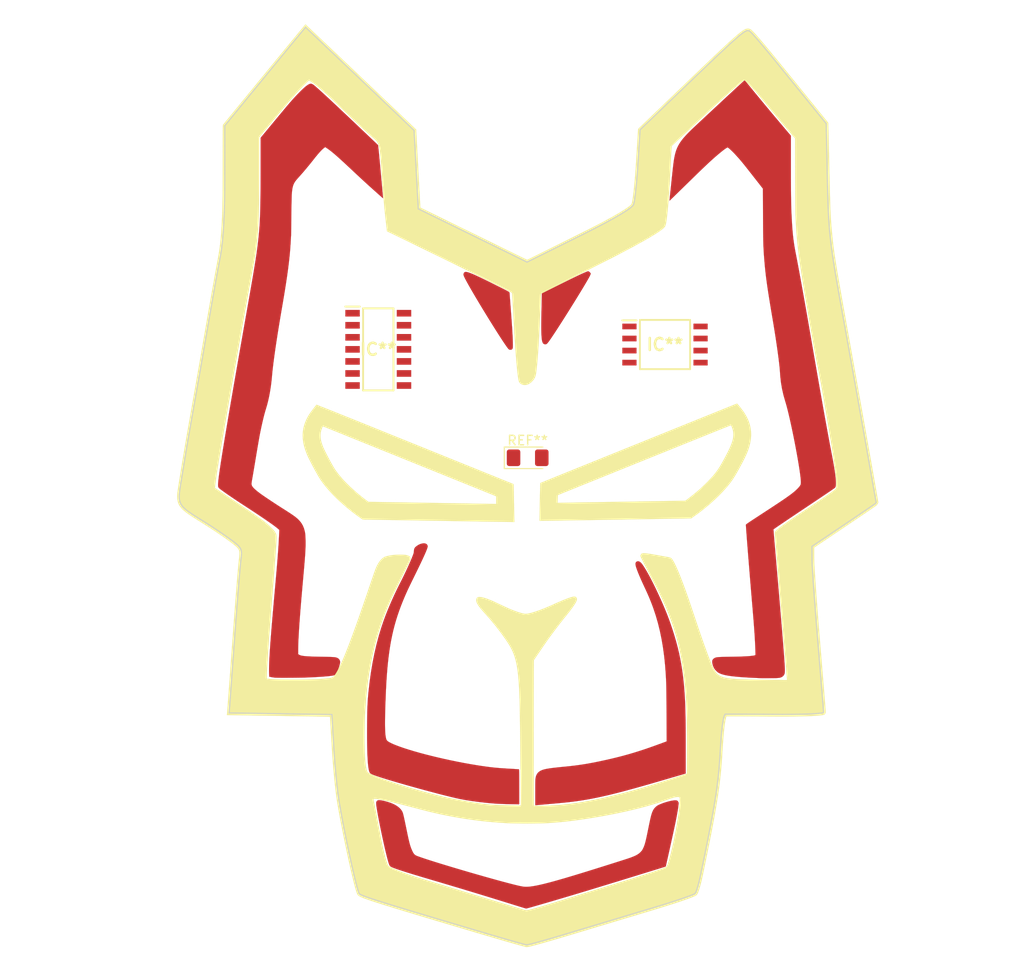
<source format=kicad_pcb>
(kicad_pcb (version 20171130) (host pcbnew 5.1.5-52549c5~84~ubuntu18.04.1)
  (layers (0 F.Cu signal) (31 B.Cu signal) (34 B.Paste user) (35 F.Paste user) (36 B.SilkS user) (37 F.SilkS user) (38 B.Mask user) (39 F.Mask user) (44 Edge.Cuts user))
  (net 0 "")
  (net 1 GND)
  (module SamacSys_Parts:SOT127P798X216-8N (layer F.Cu) (at 165.354 87.122)
    (fp_text reference IC** (at 0 0) (layer F.SilkS) (effects (font (size 1.27 1.27) (thickness 0.254))))
    (fp_text value SOT127P798X216-8N hide)
    (pad 8 smd rect (at 3.75 -1.905 90) (size 0.6 1.5) (layers F.Cu F.Paste F.Mask))
    (pad 7 smd rect (at 3.75 -0.635 90) (size 0.6 1.5) (layers F.Cu F.Paste F.Mask))
    (pad 6 smd rect (at 3.75 0.635 90) (size 0.6 1.5) (layers F.Cu F.Paste F.Mask))
    (pad 5 smd rect (at 3.75 1.905 90) (size 0.6 1.5) (layers F.Cu F.Paste F.Mask))
    (pad 4 smd rect (at -3.75 1.905 90) (size 0.6 1.5) (layers F.Cu F.Paste F.Mask))
    (pad 3 smd rect (at -3.75 0.635 90) (size 0.6 1.5) (layers F.Cu F.Paste F.Mask))
    (pad 2 smd rect (at -3.75 -0.635 90) (size 0.6 1.5) (layers F.Cu F.Paste F.Mask))
    (pad 1 smd rect (at -3.75 -1.905 90) (size 0.6 1.5) (layers F.Cu F.Paste F.Mask))
  )
  (module SamacSys_Parts:SOIC127P600X175-14N (layer F.Cu) (at 135.128 87.63)
    (fp_text reference IC** (at 0 0) (layer F.SilkS) (effects (font (size 1.27 1.27) (thickness 0.254))))
    (fp_text value SOIC127P600X175-14N hide)
    (pad 14 smd rect (at 2.712 -3.81 90) (size 0.7 1.525) (layers F.Cu F.Paste F.Mask))
    (pad 13 smd rect (at 2.712 -2.54 90) (size 0.7 1.525) (layers F.Cu F.Paste F.Mask))
    (pad 12 smd rect (at 2.712 -1.27 90) (size 0.7 1.525) (layers F.Cu F.Paste F.Mask))
    (pad 11 smd rect (at 2.712 0 90) (size 0.7 1.525) (layers F.Cu F.Paste F.Mask))
    (pad 10 smd rect (at 2.712 1.27 90) (size 0.7 1.525) (layers F.Cu F.Paste F.Mask))
    (pad 9 smd rect (at 2.712 2.54 90) (size 0.7 1.525) (layers F.Cu F.Paste F.Mask))
    (pad 8 smd rect (at 2.712 3.81 90) (size 0.7 1.525) (layers F.Cu F.Paste F.Mask))
    (pad 7 smd rect (at -2.712 3.81 90) (size 0.7 1.525) (layers F.Cu F.Paste F.Mask))
    (pad 6 smd rect (at -2.712 2.54 90) (size 0.7 1.525) (layers F.Cu F.Paste F.Mask))
    (pad 5 smd rect (at -2.712 1.27 90) (size 0.7 1.525) (layers F.Cu F.Paste F.Mask))
    (pad 4 smd rect (at -2.712 0 90) (size 0.7 1.525) (layers F.Cu F.Paste F.Mask))
    (pad 3 smd rect (at -2.712 -1.27 90) (size 0.7 1.525) (layers F.Cu F.Paste F.Mask))
    (pad 2 smd rect (at -2.712 -2.54 90) (size 0.7 1.525) (layers F.Cu F.Paste F.Mask))
    (pad 1 smd rect (at -2.712 -3.81 90) (size 0.7 1.525) (layers F.Cu F.Paste F.Mask))
  )
  (module Esdrufi:Esdrufi_01 (layer F.Cu) (at 147.066 101.346)
    (fp_text reference Ref** hide)
    (fp_text value Val** hide)
    (fp_line (start -0.56059 47.841695) (end -0.560507 47.841815) (layer Edge.Cuts) (width 0.1))
    (fp_line (start -0.560554 47.841699) (end -0.56059 47.841695) (layer Edge.Cuts) (width 0.1))
    (fp_line (start -0.560517 47.841702) (end -0.560554 47.841699) (layer Edge.Cuts) (width 0.1))
    (fp_line (start -0.56048 47.841706) (end -0.560517 47.841702) (layer Edge.Cuts) (width 0.1))
    (fp_line (start -0.560443 47.84171) (end -0.56048 47.841706) (layer Edge.Cuts) (width 0.1))
    (fp_line (start -0.560407 47.841714) (end -0.560443 47.84171) (layer Edge.Cuts) (width 0.1))
    (fp_line (start -0.56037 47.841717) (end -0.560407 47.841714) (layer Edge.Cuts) (width 0.1))
    (fp_line (start -0.014385 48.003307) (end -0.56037 47.841717) (layer Edge.Cuts) (width 0.1))
    (fp_line (start 0.768573 48.233125) (end -0.014385 48.003307) (layer Edge.Cuts) (width 0.1))
    (fp_line (start 1.495871 48.444562) (end 0.768573 48.233125) (layer Edge.Cuts) (width 0.1))
    (fp_line (start 2.15002 48.632663) (end 1.495871 48.444562) (layer Edge.Cuts) (width 0.1))
    (fp_line (start 2.713533 48.792434) (end 2.15002 48.632663) (layer Edge.Cuts) (width 0.1))
    (fp_line (start 3.168923 48.918912) (end 2.713533 48.792434) (layer Edge.Cuts) (width 0.1))
    (fp_line (start 3.498702 49.007122) (end 3.168923 48.918912) (layer Edge.Cuts) (width 0.1))
    (fp_line (start 3.685384 49.052072) (end 3.498702 49.007122) (layer Edge.Cuts) (width 0.1))
    (fp_line (start 3.768356 49.048192) (end 3.685384 49.052072) (layer Edge.Cuts) (width 0.1))
    (fp_line (start 4.014017 48.993842) (end 3.768356 49.048192) (layer Edge.Cuts) (width 0.1))
    (fp_line (start 4.404046 48.894165) (end 4.014017 48.993842) (layer Edge.Cuts) (width 0.1))
    (fp_line (start 4.920134 48.754255) (end 4.404046 48.894165) (layer Edge.Cuts) (width 0.1))
    (fp_line (start 5.54397 48.579226) (end 4.920134 48.754255) (layer Edge.Cuts) (width 0.1))
    (fp_line (start 6.257241 48.374199) (end 5.54397 48.579226) (layer Edge.Cuts) (width 0.1))
    (fp_line (start 7.041637 48.144289) (end 6.257241 48.374199) (layer Edge.Cuts) (width 0.1))
    (fp_line (start 7.878847 47.894598) (end 7.041637 48.144289) (layer Edge.Cuts) (width 0.1))
    (fp_line (start 8.7704 47.625062) (end 7.878847 47.894598) (layer Edge.Cuts) (width 0.1))
    (fp_line (start 9.785803 47.318602) (end 8.7704 47.625062) (layer Edge.Cuts) (width 0.1))
    (fp_line (start 10.889649 46.98587) (end 9.785803 47.318602) (layer Edge.Cuts) (width 0.1))
    (fp_line (start 12.046528 46.637518) (end 10.889649 46.98587) (layer Edge.Cuts) (width 0.1))
    (fp_line (start 13.221032 46.284199) (end 12.046528 46.637518) (layer Edge.Cuts) (width 0.1))
    (fp_line (start 14.377753 45.936568) (end 13.221032 46.284199) (layer Edge.Cuts) (width 0.1))
    (fp_line (start 15.481283 45.605277) (end 14.377753 45.936568) (layer Edge.Cuts) (width 0.1))
    (fp_line (start 16.496212 45.300978) (end 15.481283 45.605277) (layer Edge.Cuts) (width 0.1))
    (fp_line (start 17.404424 45.027777) (end 16.496212 45.300978) (layer Edge.Cuts) (width 0.1))
    (fp_line (start 18.267834 44.760732) (end 17.404424 45.027777) (layer Edge.Cuts) (width 0.1))
    (fp_line (start 19.067356 44.50633) (end 18.267834 44.760732) (layer Edge.Cuts) (width 0.1))
    (fp_line (start 19.783905 44.271037) (end 19.067356 44.50633) (layer Edge.Cuts) (width 0.1))
    (fp_line (start 20.398394 44.061311) (end 19.783905 44.271037) (layer Edge.Cuts) (width 0.1))
    (fp_line (start 20.891738 43.883619) (end 20.398394 44.061311) (layer Edge.Cuts) (width 0.1))
    (fp_line (start 21.244853 43.744439) (end 20.891738 43.883619) (layer Edge.Cuts) (width 0.1))
    (fp_line (start 21.438642 43.650229) (end 21.244853 43.744439) (layer Edge.Cuts) (width 0.1))
    (fp_line (start 21.486952 43.587019) (end 21.438642 43.650229) (layer Edge.Cuts) (width 0.1))
    (fp_line (start 21.546432 43.460036) (end 21.486952 43.587019) (layer Edge.Cuts) (width 0.1))
    (fp_line (start 21.614712 43.277238) (end 21.546432 43.460036) (layer Edge.Cuts) (width 0.1))
    (fp_line (start 21.689432 43.046619) (end 21.614712 43.277238) (layer Edge.Cuts) (width 0.1))
    (fp_line (start 21.768242 42.776143) (end 21.689432 43.046619) (layer Edge.Cuts) (width 0.1))
    (fp_line (start 21.848772 42.473788) (end 21.768242 42.776143) (layer Edge.Cuts) (width 0.1))
    (fp_line (start 21.928662 42.147524) (end 21.848772 42.473788) (layer Edge.Cuts) (width 0.1))
    (fp_line (start 22.005552 41.805328) (end 21.928662 42.147524) (layer Edge.Cuts) (width 0.1))
    (fp_line (start 22.394248 39.926075) (end 22.005552 41.805328) (layer Edge.Cuts) (width 0.1))
    (fp_line (start 22.847294 37.677244) (end 22.394248 39.926075) (layer Edge.Cuts) (width 0.1))
    (fp_line (start 23.209378 35.788849) (end 22.847294 37.677244) (layer Edge.Cuts) (width 0.1))
    (fp_line (start 23.492509 34.185385) (end 23.209378 35.788849) (layer Edge.Cuts) (width 0.1))
    (fp_line (start 23.708707 32.791352) (end 23.492509 34.185385) (layer Edge.Cuts) (width 0.1))
    (fp_line (start 23.869974 31.531246) (end 23.708707 32.791352) (layer Edge.Cuts) (width 0.1))
    (fp_line (start 23.988323 30.329564) (end 23.869974 31.531246) (layer Edge.Cuts) (width 0.1))
    (fp_line (start 24.075783 29.110806) (end 23.988323 30.329564) (layer Edge.Cuts) (width 0.1))
    (fp_line (start 24.134913 28.070447) (end 24.075783 29.110806) (layer Edge.Cuts) (width 0.1))
    (fp_line (start 24.193133 27.251212) (end 24.134913 28.070447) (layer Edge.Cuts) (width 0.1))
    (fp_line (start 24.256363 26.539766) (end 24.193133 27.251212) (layer Edge.Cuts) (width 0.1))
    (fp_line (start 24.324023 25.940013) (end 24.256363 26.539766) (layer Edge.Cuts) (width 0.1))
    (fp_line (start 24.395593 25.455856) (end 24.324023 25.940013) (layer Edge.Cuts) (width 0.1))
    (fp_line (start 24.470493 25.091203) (end 24.395593 25.455856) (layer Edge.Cuts) (width 0.1))
    (fp_line (start 24.548183 24.849947) (end 24.470493 25.091203) (layer Edge.Cuts) (width 0.1))
    (fp_line (start 24.628113 24.735987) (end 24.548183 24.849947) (layer Edge.Cuts) (width 0.1))
    (fp_line (start 24.736629 24.731878) (end 24.628113 24.735987) (layer Edge.Cuts) (width 0.1))
    (fp_line (start 25.034659 24.729807) (end 24.736629 24.731878) (layer Edge.Cuts) (width 0.1))
    (fp_line (start 25.504056 24.729426) (end 25.034659 24.729807) (layer Edge.Cuts) (width 0.1))
    (fp_line (start 26.122902 24.730706) (end 25.504056 24.729426) (layer Edge.Cuts) (width 0.1))
    (fp_line (start 26.869282 24.733552) (end 26.122902 24.730706) (layer Edge.Cuts) (width 0.1))
    (fp_line (start 27.721279 24.737752) (end 26.869282 24.733552) (layer Edge.Cuts) (width 0.1))
    (fp_line (start 28.656979 24.743352) (end 27.721279 24.737752) (layer Edge.Cuts) (width 0.1))
    (fp_line (start 29.654465 24.750352) (end 28.656979 24.743352) (layer Edge.Cuts) (width 0.1))
    (fp_line (start 30.678539 24.756571) (end 29.654465 24.750352) (layer Edge.Cuts) (width 0.1))
    (fp_line (start 31.641779 24.752452) (end 30.678539 24.756571) (layer Edge.Cuts) (width 0.1))
    (fp_line (start 32.523687 24.738862) (end 31.641779 24.752452) (layer Edge.Cuts) (width 0.1))
    (fp_line (start 33.303766 24.716772) (end 32.523687 24.738862) (layer Edge.Cuts) (width 0.1))
    (fp_line (start 33.961522 24.686822) (end 33.303766 24.716772) (layer Edge.Cuts) (width 0.1))
    (fp_line (start 34.476458 24.650072) (end 33.961522 24.686822) (layer Edge.Cuts) (width 0.1))
    (fp_line (start 34.828073 24.607332) (end 34.476458 24.650072) (layer Edge.Cuts) (width 0.1))
    (fp_line (start 34.995883 24.559462) (end 34.828073 24.607332) (layer Edge.Cuts) (width 0.1))
    (fp_line (start 34.990365 24.457496) (end 34.995883 24.559462) (layer Edge.Cuts) (width 0.1))
    (fp_line (start 34.961085 24.073085) (end 34.990365 24.457496) (layer Edge.Cuts) (width 0.1))
    (fp_line (start 34.910615 23.436932) (end 34.961085 24.073085) (layer Edge.Cuts) (width 0.1))
    (fp_line (start 34.841425 22.579737) (end 34.910615 23.436932) (layer Edge.Cuts) (width 0.1))
    (fp_line (start 34.756005 21.532201) (end 34.841425 22.579737) (layer Edge.Cuts) (width 0.1))
    (fp_line (start 34.656873 20.325025) (end 34.756005 21.532201) (layer Edge.Cuts) (width 0.1))
    (fp_line (start 34.546514 18.98891) (end 34.656873 20.325025) (layer Edge.Cuts) (width 0.1))
    (fp_line (start 34.427438 17.554557) (end 34.546514 18.98891) (layer Edge.Cuts) (width 0.1))
    (fp_line (start 34.303943 16.063765) (end 34.427438 17.554557) (layer Edge.Cuts) (width 0.1))
    (fp_line (start 34.187507 14.605844) (end 34.303943 16.063765) (layer Edge.Cuts) (width 0.1))
    (fp_line (start 34.080618 13.216164) (end 34.187507 14.605844) (layer Edge.Cuts) (width 0.1))
    (fp_line (start 33.985778 11.930094) (end 34.080618 13.216164) (layer Edge.Cuts) (width 0.1))
    (fp_line (start 33.905498 10.783001) (end 33.985778 11.930094) (layer Edge.Cuts) (width 0.1))
    (fp_line (start 33.842268 9.810254) (end 33.905498 10.783001) (layer Edge.Cuts) (width 0.1))
    (fp_line (start 33.798608 9.047223) (end 33.842268 9.810254) (layer Edge.Cuts) (width 0.1))
    (fp_line (start 33.776956 8.529273) (end 33.798608 9.047223) (layer Edge.Cuts) (width 0.1))
    (fp_line (start 33.776518 8.433873) (end 33.776956 8.529273) (layer Edge.Cuts) (width 0.1))
    (fp_line (start 33.775731 8.260418) (end 33.776518 8.433873) (layer Edge.Cuts) (width 0.1))
    (fp_line (start 33.774943 8.086963) (end 33.775731 8.260418) (layer Edge.Cuts) (width 0.1))
    (fp_line (start 33.774156 7.913508) (end 33.774943 8.086963) (layer Edge.Cuts) (width 0.1))
    (fp_line (start 33.773368 7.740054) (end 33.774156 7.913508) (layer Edge.Cuts) (width 0.1))
    (fp_line (start 33.772581 7.566599) (end 33.773368 7.740054) (layer Edge.Cuts) (width 0.1))
    (fp_line (start 33.771793 7.393144) (end 33.772581 7.566599) (layer Edge.Cuts) (width 0.1))
    (fp_line (start 33.771006 7.219689) (end 33.771793 7.393144) (layer Edge.Cuts) (width 0.1))
    (fp_line (start 33.770218 7.046234) (end 33.771006 7.219689) (layer Edge.Cuts) (width 0.1))
    (fp_line (start 34.193577 6.761585) (end 33.770218 7.046234) (layer Edge.Cuts) (width 0.1))
    (fp_line (start 34.616936 6.476937) (end 34.193577 6.761585) (layer Edge.Cuts) (width 0.1))
    (fp_line (start 35.040295 6.192288) (end 34.616936 6.476937) (layer Edge.Cuts) (width 0.1))
    (fp_line (start 35.463655 5.90764) (end 35.040295 6.192288) (layer Edge.Cuts) (width 0.1))
    (fp_line (start 35.887014 5.622991) (end 35.463655 5.90764) (layer Edge.Cuts) (width 0.1))
    (fp_line (start 36.310373 5.338342) (end 35.887014 5.622991) (layer Edge.Cuts) (width 0.1))
    (fp_line (start 36.733732 5.053694) (end 36.310373 5.338342) (layer Edge.Cuts) (width 0.1))
    (fp_line (start 37.617461 4.459279) (end 36.733732 5.053694) (layer Edge.Cuts) (width 0.1))
    (fp_line (start 38.269475 4.019349) (end 37.617461 4.459279) (layer Edge.Cuts) (width 0.1))
    (fp_line (start 38.866413 3.615277) (end 38.269475 4.019349) (layer Edge.Cuts) (width 0.1))
    (fp_line (start 39.394403 3.256525) (end 38.866413 3.615277) (layer Edge.Cuts) (width 0.1))
    (fp_line (start 39.839573 2.952553) (end 39.394403 3.256525) (layer Edge.Cuts) (width 0.1))
    (fp_line (start 40.188055 2.712834) (end 39.839573 2.952553) (layer Edge.Cuts) (width 0.1))
    (fp_line (start 40.425959 2.546818) (end 40.188055 2.712834) (layer Edge.Cuts) (width 0.1))
    (fp_line (start 40.539437 2.464018) (end 40.425959 2.546818) (layer Edge.Cuts) (width 0.1))
    (fp_line (start 40.460281 1.996833) (end 40.539437 2.464018) (layer Edge.Cuts) (width 0.1))
    (fp_line (start 40.179573 0.395527) (end 40.460281 1.996833) (layer Edge.Cuts) (width 0.1))
    (fp_line (start 39.76104 -1.970369) (end 40.179573 0.395527) (layer Edge.Cuts) (width 0.1))
    (fp_line (start 39.246636 -4.865339) (end 39.76104 -1.970369) (layer Edge.Cuts) (width 0.1))
    (fp_line (start 38.678318 -8.053872) (end 39.246636 -4.865339) (layer Edge.Cuts) (width 0.1))
    (fp_line (start 38.098045 -11.300452) (end 38.678318 -8.053872) (layer Edge.Cuts) (width 0.1))
    (fp_line (start 37.547774 -14.369565) (end 38.098045 -11.300452) (layer Edge.Cuts) (width 0.1))
    (fp_line (start 37.069463 -17.025698) (end 37.547774 -14.369565) (layer Edge.Cuts) (width 0.1))
    (fp_line (start 36.634138 -19.435448) (end 37.069463 -17.025698) (layer Edge.Cuts) (width 0.1))
    (fp_line (start 36.265314 -21.551419) (end 36.634138 -19.435448) (layer Edge.Cuts) (width 0.1))
    (fp_line (start 35.983505 -23.306389) (end 36.265314 -21.551419) (layer Edge.Cuts) (width 0.1))
    (fp_line (start 35.775253 -24.820358) (end 35.983505 -23.306389) (layer Edge.Cuts) (width 0.1))
    (fp_line (start 35.62715 -26.213324) (end 35.775253 -24.820358) (layer Edge.Cuts) (width 0.1))
    (fp_line (start 35.52577 -27.605288) (end 35.62715 -26.213324) (layer Edge.Cuts) (width 0.1))
    (fp_line (start 35.45767 -29.116249) (end 35.52577 -27.605288) (layer Edge.Cuts) (width 0.1))
    (fp_line (start 35.40944 -30.866208) (end 35.45767 -29.116249) (layer Edge.Cuts) (width 0.1))
    (fp_line (start 35.3954 -31.547026) (end 35.40944 -30.866208) (layer Edge.Cuts) (width 0.1))
    (fp_line (start 35.38003 -32.292068) (end 35.3954 -31.547026) (layer Edge.Cuts) (width 0.1))
    (fp_line (start 35.36466 -33.037111) (end 35.38003 -32.292068) (layer Edge.Cuts) (width 0.1))
    (fp_line (start 35.34929 -33.782153) (end 35.36466 -33.037111) (layer Edge.Cuts) (width 0.1))
    (fp_line (start 35.33392 -34.527195) (end 35.34929 -33.782153) (layer Edge.Cuts) (width 0.1))
    (fp_line (start 35.31855 -35.272238) (end 35.33392 -34.527195) (layer Edge.Cuts) (width 0.1))
    (fp_line (start 35.30318 -36.01728) (end 35.31855 -35.272238) (layer Edge.Cuts) (width 0.1))
    (fp_line (start 35.28781 -36.762323) (end 35.30318 -36.01728) (layer Edge.Cuts) (width 0.1))
    (fp_line (start 35.27244 -37.507365) (end 35.28781 -36.762323) (layer Edge.Cuts) (width 0.1))
    (fp_line (start 35.091953 -37.729385) (end 35.27244 -37.507365) (layer Edge.Cuts) (width 0.1))
    (fp_line (start 34.911467 -37.951405) (end 35.091953 -37.729385) (layer Edge.Cuts) (width 0.1))
    (fp_line (start 34.73098 -38.173426) (end 34.911467 -37.951405) (layer Edge.Cuts) (width 0.1))
    (fp_line (start 34.550493 -38.395446) (end 34.73098 -38.173426) (layer Edge.Cuts) (width 0.1))
    (fp_line (start 34.370006 -38.617466) (end 34.550493 -38.395446) (layer Edge.Cuts) (width 0.1))
    (fp_line (start 34.18952 -38.839486) (end 34.370006 -38.617466) (layer Edge.Cuts) (width 0.1))
    (fp_line (start 34.009033 -39.061507) (end 34.18952 -38.839486) (layer Edge.Cuts) (width 0.1))
    (fp_line (start 33.615823 -39.545266) (end 34.009033 -39.061507) (layer Edge.Cuts) (width 0.1))
    (fp_line (start 33.229047 -40.021468) (end 33.615823 -39.545266) (layer Edge.Cuts) (width 0.1))
    (fp_line (start 32.783002 -40.5709) (end 33.229047 -40.021468) (layer Edge.Cuts) (width 0.1))
    (fp_line (start 32.293201 -41.174441) (end 32.783002 -40.5709) (layer Edge.Cuts) (width 0.1))
    (fp_line (start 31.77516 -41.812967) (end 32.293201 -41.174441) (layer Edge.Cuts) (width 0.1))
    (fp_line (start 31.244392 -42.467357) (end 31.77516 -41.812967) (layer Edge.Cuts) (width 0.1))
    (fp_line (start 30.716413 -43.118489) (end 31.244392 -42.467357) (layer Edge.Cuts) (width 0.1))
    (fp_line (start 30.206737 -43.747242) (end 30.716413 -43.118489) (layer Edge.Cuts) (width 0.1))
    (fp_line (start 29.72498 -44.340495) (end 30.206737 -43.747242) (layer Edge.Cuts) (width 0.1))
    (fp_line (start 29.254414 -44.913012) (end 29.72498 -44.340495) (layer Edge.Cuts) (width 0.1))
    (fp_line (start 28.806411 -45.451478) (end 29.254414 -44.913012) (layer Edge.Cuts) (width 0.1))
    (fp_line (start 28.392344 -45.94258) (end 28.806411 -45.451478) (layer Edge.Cuts) (width 0.1))
    (fp_line (start 28.023586 -46.373002) (end 28.392344 -45.94258) (layer Edge.Cuts) (width 0.1))
    (fp_line (start 27.71151 -46.729431) (end 28.023586 -46.373002) (layer Edge.Cuts) (width 0.1))
    (fp_line (start 27.467495 -46.998552) (end 27.71151 -46.729431) (layer Edge.Cuts) (width 0.1))
    (fp_line (start 27.302899 -47.167051) (end 27.467495 -46.998552) (layer Edge.Cuts) (width 0.1))
    (fp_line (start 27.167372 -47.280704) (end 27.302899 -47.167051) (layer Edge.Cuts) (width 0.1))
    (fp_line (start 26.983273 -47.325686) (end 27.167372 -47.280704) (layer Edge.Cuts) (width 0.1))
    (fp_line (start 26.674692 -47.190565) (end 26.983273 -47.325686) (layer Edge.Cuts) (width 0.1))
    (fp_line (start 26.138808 -46.786219) (end 26.674692 -47.190565) (layer Edge.Cuts) (width 0.1))
    (fp_line (start 25.272808 -46.023525) (end 26.138808 -46.786219) (layer Edge.Cuts) (width 0.1))
    (fp_line (start 23.973875 -44.813362) (end 25.272808 -46.023525) (layer Edge.Cuts) (width 0.1))
    (fp_line (start 22.139193 -43.066609) (end 23.973875 -44.813362) (layer Edge.Cuts) (width 0.1))
    (fp_line (start 19.665949 -40.694142) (end 22.139193 -43.066609) (layer Edge.Cuts) (width 0.1))
    (fp_line (start 18.637499 -39.706405) (end 19.665949 -40.694142) (layer Edge.Cuts) (width 0.1))
    (fp_line (start 18.266156 -39.349762) (end 18.637499 -39.706405) (layer Edge.Cuts) (width 0.1))
    (fp_line (start 17.894813 -38.99312) (end 18.266156 -39.349762) (layer Edge.Cuts) (width 0.1))
    (fp_line (start 17.523471 -38.636477) (end 17.894813 -38.99312) (layer Edge.Cuts) (width 0.1))
    (fp_line (start 17.152128 -38.279834) (end 17.523471 -38.636477) (layer Edge.Cuts) (width 0.1))
    (fp_line (start 16.780785 -37.923192) (end 17.152128 -38.279834) (layer Edge.Cuts) (width 0.1))
    (fp_line (start 16.409443 -37.566549) (end 16.780785 -37.923192) (layer Edge.Cuts) (width 0.1))
    (fp_line (start 16.0381 -37.209907) (end 16.409443 -37.566549) (layer Edge.Cuts) (width 0.1))
    (fp_line (start 15.666757 -36.853264) (end 16.0381 -37.209907) (layer Edge.Cuts) (width 0.1))
    (fp_line (start 15.638677 -36.399269) (end 15.666757 -36.853264) (layer Edge.Cuts) (width 0.1))
    (fp_line (start 15.610597 -35.945275) (end 15.638677 -36.399269) (layer Edge.Cuts) (width 0.1))
    (fp_line (start 15.582517 -35.49128) (end 15.610597 -35.945275) (layer Edge.Cuts) (width 0.1))
    (fp_line (start 15.554437 -35.037285) (end 15.582517 -35.49128) (layer Edge.Cuts) (width 0.1))
    (fp_line (start 15.526357 -34.583291) (end 15.554437 -35.037285) (layer Edge.Cuts) (width 0.1))
    (fp_line (start 15.498277 -34.129296) (end 15.526357 -34.583291) (layer Edge.Cuts) (width 0.1))
    (fp_line (start 15.470197 -33.675302) (end 15.498277 -34.129296) (layer Edge.Cuts) (width 0.1))
    (fp_line (start 15.409917 -32.723259) (end 15.470197 -33.675302) (layer Edge.Cuts) (width 0.1))
    (fp_line (start 15.355687 -31.995199) (end 15.409917 -32.723259) (layer Edge.Cuts) (width 0.1))
    (fp_line (start 15.296767 -31.304248) (end 15.355687 -31.995199) (layer Edge.Cuts) (width 0.1))
    (fp_line (start 15.235037 -30.667827) (end 15.296767 -31.304248) (layer Edge.Cuts) (width 0.1))
    (fp_line (start 15.172387 -30.103359) (end 15.235037 -30.667827) (layer Edge.Cuts) (width 0.1))
    (fp_line (start 15.110707 -29.628266) (end 15.172387 -30.103359) (layer Edge.Cuts) (width 0.1))
    (fp_line (start 15.051887 -29.259969) (end 15.110707 -29.628266) (layer Edge.Cuts) (width 0.1))
    (fp_line (start 14.997817 -29.015901) (end 15.051887 -29.259969) (layer Edge.Cuts) (width 0.1))
    (fp_line (start 14.914453 -28.861078) (end 14.997817 -29.015901) (layer Edge.Cuts) (width 0.1))
    (fp_line (start 14.658144 -28.628588) (end 14.914453 -28.861078) (layer Edge.Cuts) (width 0.1))
    (fp_line (start 14.234502 -28.327917) (end 14.658144 -28.628588) (layer Edge.Cuts) (width 0.1))
    (fp_line (start 13.646046 -27.960527) (end 14.234502 -28.327917) (layer Edge.Cuts) (width 0.1))
    (fp_line (start 12.895299 -27.527893) (end 13.646046 -27.960527) (layer Edge.Cuts) (width 0.1))
    (fp_line (start 11.984785 -27.031485) (end 12.895299 -27.527893) (layer Edge.Cuts) (width 0.1))
    (fp_line (start 10.917028 -26.472775) (end 11.984785 -27.031485) (layer Edge.Cuts) (width 0.1))
    (fp_line (start 9.69455 -25.853233) (end 10.917028 -26.472775) (layer Edge.Cuts) (width 0.1))
    (fp_line (start 9.244734 -25.630202) (end 9.69455 -25.853233) (layer Edge.Cuts) (width 0.1))
    (fp_line (start 8.557103 -25.289256) (end 9.244734 -25.630202) (layer Edge.Cuts) (width 0.1))
    (fp_line (start 7.869472 -24.948311) (end 8.557103 -25.289256) (layer Edge.Cuts) (width 0.1))
    (fp_line (start 7.181841 -24.607365) (end 7.869472 -24.948311) (layer Edge.Cuts) (width 0.1))
    (fp_line (start 6.49421 -24.266419) (end 7.181841 -24.607365) (layer Edge.Cuts) (width 0.1))
    (fp_line (start 5.80658 -23.925474) (end 6.49421 -24.266419) (layer Edge.Cuts) (width 0.1))
    (fp_line (start 5.118949 -23.584528) (end 5.80658 -23.925474) (layer Edge.Cuts) (width 0.1))
    (fp_line (start 4.431318 -23.243583) (end 5.118949 -23.584528) (layer Edge.Cuts) (width 0.1))
    (fp_line (start 3.743687 -22.902637) (end 4.431318 -23.243583) (layer Edge.Cuts) (width 0.1))
    (fp_line (start 3.026358 -23.254035) (end 3.743687 -22.902637) (layer Edge.Cuts) (width 0.1))
    (fp_line (start 2.30903 -23.605433) (end 3.026358 -23.254035) (layer Edge.Cuts) (width 0.1))
    (fp_line (start 1.591701 -23.956831) (end 2.30903 -23.605433) (layer Edge.Cuts) (width 0.1))
    (fp_line (start 0.874372 -24.308229) (end 1.591701 -23.956831) (layer Edge.Cuts) (width 0.1))
    (fp_line (start 0.157043 -24.659628) (end 0.874372 -24.308229) (layer Edge.Cuts) (width 0.1))
    (fp_line (start -0.560286 -25.011026) (end 0.157043 -24.659628) (layer Edge.Cuts) (width 0.1))
    (fp_line (start -1.277614 -25.362424) (end -0.560286 -25.011026) (layer Edge.Cuts) (width 0.1))
    (fp_line (start -1.994943 -25.713822) (end -1.277614 -25.362424) (layer Edge.Cuts) (width 0.1))
    (fp_line (start -2.712272 -26.065221) (end -1.994943 -25.713822) (layer Edge.Cuts) (width 0.1))
    (fp_line (start -3.429601 -26.41662) (end -2.712272 -26.065221) (layer Edge.Cuts) (width 0.1))
    (fp_line (start -4.146931 -26.768019) (end -3.429601 -26.41662) (layer Edge.Cuts) (width 0.1))
    (fp_line (start -4.86426 -27.119417) (end -4.146931 -26.768019) (layer Edge.Cuts) (width 0.1))
    (fp_line (start -5.581589 -27.470816) (end -4.86426 -27.119417) (layer Edge.Cuts) (width 0.1))
    (fp_line (start -6.298919 -27.822215) (end -5.581589 -27.470816) (layer Edge.Cuts) (width 0.1))
    (fp_line (start -7.016248 -28.173614) (end -6.298919 -27.822215) (layer Edge.Cuts) (width 0.1))
    (fp_line (start -7.733577 -28.525013) (end -7.016248 -28.173614) (layer Edge.Cuts) (width 0.1))
    (fp_line (start -7.761247 -29.041646) (end -7.733577 -28.525013) (layer Edge.Cuts) (width 0.1))
    (fp_line (start -7.788917 -29.558278) (end -7.761247 -29.041646) (layer Edge.Cuts) (width 0.1))
    (fp_line (start -7.816587 -30.074911) (end -7.788917 -29.558278) (layer Edge.Cuts) (width 0.1))
    (fp_line (start -7.844257 -30.591543) (end -7.816587 -30.074911) (layer Edge.Cuts) (width 0.1))
    (fp_line (start -7.871927 -31.108176) (end -7.844257 -30.591543) (layer Edge.Cuts) (width 0.1))
    (fp_line (start -7.899597 -31.624809) (end -7.871927 -31.108176) (layer Edge.Cuts) (width 0.1))
    (fp_line (start -7.927267 -32.141441) (end -7.899597 -31.624809) (layer Edge.Cuts) (width 0.1))
    (fp_line (start -7.954937 -32.658074) (end -7.927267 -32.141441) (layer Edge.Cuts) (width 0.1))
    (fp_line (start -7.982607 -33.174707) (end -7.954937 -32.658074) (layer Edge.Cuts) (width 0.1))
    (fp_line (start -8.010277 -33.69134) (end -7.982607 -33.174707) (layer Edge.Cuts) (width 0.1))
    (fp_line (start -8.037947 -34.207973) (end -8.010277 -33.69134) (layer Edge.Cuts) (width 0.1))
    (fp_line (start -8.065617 -34.724606) (end -8.037947 -34.207973) (layer Edge.Cuts) (width 0.1))
    (fp_line (start -8.093287 -35.241238) (end -8.065617 -34.724606) (layer Edge.Cuts) (width 0.1))
    (fp_line (start -8.120957 -35.757871) (end -8.093287 -35.241238) (layer Edge.Cuts) (width 0.1))
    (fp_line (start -8.148627 -36.274504) (end -8.120957 -35.757871) (layer Edge.Cuts) (width 0.1))
    (fp_line (start -8.176297 -36.791137) (end -8.148627 -36.274504) (layer Edge.Cuts) (width 0.1))
    (fp_line (start -8.451097 -37.053039) (end -8.176297 -36.791137) (layer Edge.Cuts) (width 0.1))
    (fp_line (start -8.725896 -37.31494) (end -8.451097 -37.053039) (layer Edge.Cuts) (width 0.1))
    (fp_line (start -9.000696 -37.576842) (end -8.725896 -37.31494) (layer Edge.Cuts) (width 0.1))
    (fp_line (start -9.275496 -37.838743) (end -9.000696 -37.576842) (layer Edge.Cuts) (width 0.1))
    (fp_line (start -9.550295 -38.100645) (end -9.275496 -37.838743) (layer Edge.Cuts) (width 0.1))
    (fp_line (start -9.825095 -38.362547) (end -9.550295 -38.100645) (layer Edge.Cuts) (width 0.1))
    (fp_line (start -10.099894 -38.624448) (end -9.825095 -38.362547) (layer Edge.Cuts) (width 0.1))
    (fp_line (start -10.698254 -39.194615) (end -10.099894 -38.624448) (layer Edge.Cuts) (width 0.1))
    (fp_line (start -11.285018 -39.753121) (end -10.698254 -39.194615) (layer Edge.Cuts) (width 0.1))
    (fp_line (start -11.960411 -40.39555) (end -11.285018 -39.753121) (layer Edge.Cuts) (width 0.1))
    (fp_line (start -12.700998 -41.099632) (end -11.960411 -40.39555) (layer Edge.Cuts) (width 0.1))
    (fp_line (start -13.483346 -41.843093) (end -12.700998 -41.099632) (layer Edge.Cuts) (width 0.1))
    (fp_line (start -14.284018 -42.603664) (end -13.483346 -41.843093) (layer Edge.Cuts) (width 0.1))
    (fp_line (start -15.079581 -43.359073) (end -14.284018 -42.603664) (layer Edge.Cuts) (width 0.1))
    (fp_line (start -15.8466 -44.087049) (end -15.079581 -43.359073) (layer Edge.Cuts) (width 0.1))
    (fp_line (start -16.088268 -44.316313) (end -15.8466 -44.087049) (layer Edge.Cuts) (width 0.1))
    (fp_line (start -16.527666 -44.733157) (end -16.088268 -44.316313) (layer Edge.Cuts) (width 0.1))
    (fp_line (start -16.967064 -45.150001) (end -16.527666 -44.733157) (layer Edge.Cuts) (width 0.1))
    (fp_line (start -17.406462 -45.566844) (end -16.967064 -45.150001) (layer Edge.Cuts) (width 0.1))
    (fp_line (start -17.84586 -45.983688) (end -17.406462 -45.566844) (layer Edge.Cuts) (width 0.1))
    (fp_line (start -18.285257 -46.400532) (end -17.84586 -45.983688) (layer Edge.Cuts) (width 0.1))
    (fp_line (start -18.724655 -46.817376) (end -18.285257 -46.400532) (layer Edge.Cuts) (width 0.1))
    (fp_line (start -19.164053 -47.234219) (end -18.724655 -46.817376) (layer Edge.Cuts) (width 0.1))
    (fp_line (start -19.603451 -47.651063) (end -19.164053 -47.234219) (layer Edge.Cuts) (width 0.1))
    (fp_line (start -19.709718 -47.522873) (end -19.603451 -47.651063) (layer Edge.Cuts) (width 0.1))
    (fp_line (start -19.815986 -47.394683) (end -19.709718 -47.522873) (layer Edge.Cuts) (width 0.1))
    (fp_line (start -19.922253 -47.266493) (end -19.815986 -47.394683) (layer Edge.Cuts) (width 0.1))
    (fp_line (start -20.02852 -47.138304) (end -19.922253 -47.266493) (layer Edge.Cuts) (width 0.1))
    (fp_line (start -20.134787 -47.010114) (end -20.02852 -47.138304) (layer Edge.Cuts) (width 0.1))
    (fp_line (start -20.241055 -46.881924) (end -20.134787 -47.010114) (layer Edge.Cuts) (width 0.1))
    (fp_line (start -20.347322 -46.753734) (end -20.241055 -46.881924) (layer Edge.Cuts) (width 0.1))
    (fp_line (start -20.593076 -46.456911) (end -20.347322 -46.753734) (layer Edge.Cuts) (width 0.1))
    (fp_line (start -20.914942 -46.066201) (end -20.593076 -46.456911) (layer Edge.Cuts) (width 0.1))
    (fp_line (start -21.343298 -45.545172) (end -20.914942 -46.066201) (layer Edge.Cuts) (width 0.1))
    (fp_line (start -21.860704 -44.91508) (end -21.343298 -45.545172) (layer Edge.Cuts) (width 0.1))
    (fp_line (start -22.449719 -44.19718) (end -21.860704 -44.91508) (layer Edge.Cuts) (width 0.1))
    (fp_line (start -23.092902 -43.412725) (end -22.449719 -44.19718) (layer Edge.Cuts) (width 0.1))
    (fp_line (start -23.772811 -42.582972) (end -23.092902 -43.412725) (layer Edge.Cuts) (width 0.1))
    (fp_line (start -24.472006 -41.729175) (end -23.772811 -42.582972) (layer Edge.Cuts) (width 0.1))
    (fp_line (start -24.705907 -41.443408) (end -24.472006 -41.729175) (layer Edge.Cuts) (width 0.1))
    (fp_line (start -25.131181 -40.923831) (end -24.705907 -41.443408) (layer Edge.Cuts) (width 0.1))
    (fp_line (start -25.556455 -40.404254) (end -25.131181 -40.923831) (layer Edge.Cuts) (width 0.1))
    (fp_line (start -25.981729 -39.884677) (end -25.556455 -40.404254) (layer Edge.Cuts) (width 0.1))
    (fp_line (start -26.407003 -39.3651) (end -25.981729 -39.884677) (layer Edge.Cuts) (width 0.1))
    (fp_line (start -26.832277 -38.845523) (end -26.407003 -39.3651) (layer Edge.Cuts) (width 0.1))
    (fp_line (start -27.257551 -38.325946) (end -26.832277 -38.845523) (layer Edge.Cuts) (width 0.1))
    (fp_line (start -27.682825 -37.806369) (end -27.257551 -38.325946) (layer Edge.Cuts) (width 0.1))
    (fp_line (start -28.108099 -37.286792) (end -27.682825 -37.806369) (layer Edge.Cuts) (width 0.1))
    (fp_line (start -28.108712 -36.574779) (end -28.108099 -37.286792) (layer Edge.Cuts) (width 0.1))
    (fp_line (start -28.109324 -35.862767) (end -28.108712 -36.574779) (layer Edge.Cuts) (width 0.1))
    (fp_line (start -28.109937 -35.150754) (end -28.109324 -35.862767) (layer Edge.Cuts) (width 0.1))
    (fp_line (start -28.110549 -34.438741) (end -28.109937 -35.150754) (layer Edge.Cuts) (width 0.1))
    (fp_line (start -28.111162 -33.726729) (end -28.110549 -34.438741) (layer Edge.Cuts) (width 0.1))
    (fp_line (start -28.111774 -33.014716) (end -28.111162 -33.726729) (layer Edge.Cuts) (width 0.1))
    (fp_line (start -28.112386 -32.302704) (end -28.111774 -33.014716) (layer Edge.Cuts) (width 0.1))
    (fp_line (start -28.116099 -30.647113) (end -28.112386 -32.302704) (layer Edge.Cuts) (width 0.1))
    (fp_line (start -28.134069 -29.333514) (end -28.116099 -30.647113) (layer Edge.Cuts) (width 0.1))
    (fp_line (start -28.166569 -28.128467) (end -28.134069 -29.333514) (layer Edge.Cuts) (width 0.1))
    (fp_line (start -28.213779 -27.029341) (end -28.166569 -28.128467) (layer Edge.Cuts) (width 0.1))
    (fp_line (start -28.275869 -26.03351) (end -28.213779 -27.029341) (layer Edge.Cuts) (width 0.1))
    (fp_line (start -28.352979 -25.138344) (end -28.275869 -26.03351) (layer Edge.Cuts) (width 0.1))
    (fp_line (start -28.445249 -24.341215) (end -28.352979 -25.138344) (layer Edge.Cuts) (width 0.1))
    (fp_line (start -28.552862 -23.639495) (end -28.445249 -24.341215) (layer Edge.Cuts) (width 0.1))
    (fp_line (start -28.662864 -23.066261) (end -28.552862 -23.639495) (layer Edge.Cuts) (width 0.1))
    (fp_line (start -28.788774 -22.391532) (end -28.662864 -23.066261) (layer Edge.Cuts) (width 0.1))
    (fp_line (start -28.933082 -21.604349) (end -28.788774 -22.391532) (layer Edge.Cuts) (width 0.1))
    (fp_line (start -29.090828 -20.732493) (end -28.933082 -21.604349) (layer Edge.Cuts) (width 0.1))
    (fp_line (start -29.257021 -19.80375) (end -29.090828 -20.732493) (layer Edge.Cuts) (width 0.1))
    (fp_line (start -29.426681 -18.8459) (end -29.257021 -19.80375) (layer Edge.Cuts) (width 0.1))
    (fp_line (start -29.594819 -17.886728) (end -29.426681 -18.8459) (layer Edge.Cuts) (width 0.1))
    (fp_line (start -29.756473 -16.954015) (end -29.594819 -17.886728) (layer Edge.Cuts) (width 0.1))
    (fp_line (start -29.913059 -16.041388) (end -29.756473 -16.954015) (layer Edge.Cuts) (width 0.1))
    (fp_line (start -30.090845 -15.010893) (end -29.913059 -16.041388) (layer Edge.Cuts) (width 0.1))
    (fp_line (start -30.283676 -13.897891) (end -30.090845 -15.010893) (layer Edge.Cuts) (width 0.1))
    (fp_line (start -30.48539 -12.737743) (end -30.283676 -13.897891) (layer Edge.Cuts) (width 0.1))
    (fp_line (start -30.68981 -11.565807) (end -30.48539 -12.737743) (layer Edge.Cuts) (width 0.1))
    (fp_line (start -30.890773 -10.417446) (end -30.68981 -11.565807) (layer Edge.Cuts) (width 0.1))
    (fp_line (start -31.082124 -9.328017) (end -30.890773 -10.417446) (layer Edge.Cuts) (width 0.1))
    (fp_line (start -31.257688 -8.332882) (end -31.082124 -9.328017) (layer Edge.Cuts) (width 0.1))
    (fp_line (start -31.415157 -7.44407) (end -31.257688 -8.332882) (layer Edge.Cuts) (width 0.1))
    (fp_line (start -31.56921 -6.571013) (end -31.415157 -7.44407) (layer Edge.Cuts) (width 0.1))
    (fp_line (start -31.716126 -5.73518) (end -31.56921 -6.571013) (layer Edge.Cuts) (width 0.1))
    (fp_line (start -31.852143 -4.958039) (end -31.716126 -5.73518) (layer Edge.Cuts) (width 0.1))
    (fp_line (start -31.973517 -4.261061) (end -31.852143 -4.958039) (layer Edge.Cuts) (width 0.1))
    (fp_line (start -32.076527 -3.665712) (end -31.973517 -4.261061) (layer Edge.Cuts) (width 0.1))
    (fp_line (start -32.157407 -3.193463) (end -32.076527 -3.665712) (layer Edge.Cuts) (width 0.1))
    (fp_line (start -32.212427 -2.865779) (end -32.157407 -3.193463) (layer Edge.Cuts) (width 0.1))
    (fp_line (start -32.245257 -2.661558) (end -32.212427 -2.865779) (layer Edge.Cuts) (width 0.1))
    (fp_line (start -32.290287 -2.383489) (end -32.245257 -2.661558) (layer Edge.Cuts) (width 0.1))
    (fp_line (start -32.345447 -2.0442) (end -32.290287 -2.383489) (layer Edge.Cuts) (width 0.1))
    (fp_line (start -32.408687 -1.656321) (end -32.345447 -2.0442) (layer Edge.Cuts) (width 0.1))
    (fp_line (start -32.477947 -1.23248) (end -32.408687 -1.656321) (layer Edge.Cuts) (width 0.1))
    (fp_line (start -32.551147 -0.785307) (end -32.477947 -1.23248) (layer Edge.Cuts) (width 0.1))
    (fp_line (start -32.626257 -0.327429) (end -32.551147 -0.785307) (layer Edge.Cuts) (width 0.1))
    (fp_line (start -32.701177 0.128525) (end -32.626257 -0.327429) (layer Edge.Cuts) (width 0.1))
    (fp_line (start -32.819767 0.846504) (end -32.701177 0.128525) (layer Edge.Cuts) (width 0.1))
    (fp_line (start -32.908317 1.522877) (end -32.819767 0.846504) (layer Edge.Cuts) (width 0.1))
    (fp_line (start -32.910997 2.052154) (end -32.908317 1.522877) (layer Edge.Cuts) (width 0.1))
    (fp_line (start -32.797792 2.484843) (end -32.910997 2.052154) (layer Edge.Cuts) (width 0.1))
    (fp_line (start -32.538578 2.871452) (end -32.797792 2.484843) (layer Edge.Cuts) (width 0.1))
    (fp_line (start -32.103281 3.262489) (end -32.538578 2.871452) (layer Edge.Cuts) (width 0.1))
    (fp_line (start -31.461809 3.708461) (end -32.103281 3.262489) (layer Edge.Cuts) (width 0.1))
    (fp_line (start -30.584076 4.259876) (end -31.461809 3.708461) (layer Edge.Cuts) (width 0.1))
    (fp_line (start -30.027856 4.604619) (end -30.584076 4.259876) (layer Edge.Cuts) (width 0.1))
    (fp_line (start -29.710113 4.807606) (end -30.027856 4.604619) (layer Edge.Cuts) (width 0.1))
    (fp_line (start -29.36722 5.031179) (end -29.710113 4.807606) (layer Edge.Cuts) (width 0.1))
    (fp_line (start -29.010057 5.26803) (end -29.36722 5.031179) (layer Edge.Cuts) (width 0.1))
    (fp_line (start -28.649504 5.51084) (end -29.010057 5.26803) (layer Edge.Cuts) (width 0.1))
    (fp_line (start -28.296441 5.752311) (end -28.649504 5.51084) (layer Edge.Cuts) (width 0.1))
    (fp_line (start -27.961748 5.985124) (end -28.296441 5.752311) (layer Edge.Cuts) (width 0.1))
    (fp_line (start -27.656306 6.20198) (end -27.961748 5.985124) (layer Edge.Cuts) (width 0.1))
    (fp_line (start -27.276307 6.479196) (end -27.656306 6.20198) (layer Edge.Cuts) (width 0.1))
    (fp_line (start -26.933877 6.745205) (end -27.276307 6.479196) (layer Edge.Cuts) (width 0.1))
    (fp_line (start -26.680913 6.97395) (end -26.933877 6.745205) (layer Edge.Cuts) (width 0.1))
    (fp_line (start -26.506632 7.184816) (end -26.680913 6.97395) (layer Edge.Cuts) (width 0.1))
    (fp_line (start -26.400272 7.397226) (end -26.506632 7.184816) (layer Edge.Cuts) (width 0.1))
    (fp_line (start -26.351082 7.630574) (end -26.400272 7.397226) (layer Edge.Cuts) (width 0.1))
    (fp_line (start -26.348282 7.904265) (end -26.351082 7.630574) (layer Edge.Cuts) (width 0.1))
    (fp_line (start -26.381162 8.237703) (end -26.348282 7.904265) (layer Edge.Cuts) (width 0.1))
    (fp_line (start -26.423792 8.5735) (end -26.381162 8.237703) (layer Edge.Cuts) (width 0.1))
    (fp_line (start -26.476462 9.108518) (end -26.423792 8.5735) (layer Edge.Cuts) (width 0.1))
    (fp_line (start -26.543882 9.864468) (end -26.476462 9.108518) (layer Edge.Cuts) (width 0.1))
    (fp_line (start -26.623422 10.808876) (end -26.543882 9.864468) (layer Edge.Cuts) (width 0.1))
    (fp_line (start -26.712422 11.909273) (end -26.623422 10.808876) (layer Edge.Cuts) (width 0.1))
    (fp_line (start -26.808262 13.133186) (end -26.712422 11.909273) (layer Edge.Cuts) (width 0.1))
    (fp_line (start -26.908289 14.448143) (end -26.808262 13.133186) (layer Edge.Cuts) (width 0.1))
    (fp_line (start -27.00986 15.821672) (end -26.908289 14.448143) (layer Edge.Cuts) (width 0.1))
    (fp_line (start -27.11034 17.213586) (end -27.00986 15.821672) (layer Edge.Cuts) (width 0.1))
    (fp_line (start -27.20733 18.553843) (end -27.11034 17.213586) (layer Edge.Cuts) (width 0.1))
    (fp_line (start -27.29857 19.811503) (end -27.20733 18.553843) (layer Edge.Cuts) (width 0.1))
    (fp_line (start -27.38181 20.955624) (end -27.29857 19.811503) (layer Edge.Cuts) (width 0.1))
    (fp_line (start -27.45479 21.955269) (end -27.38181 20.955624) (layer Edge.Cuts) (width 0.1))
    (fp_line (start -27.51526 22.779495) (end -27.45479 21.955269) (layer Edge.Cuts) (width 0.1))
    (fp_line (start -27.56096 23.397364) (end -27.51526 22.779495) (layer Edge.Cuts) (width 0.1))
    (fp_line (start -27.58968 23.777935) (end -27.56096 23.397364) (layer Edge.Cuts) (width 0.1))
    (fp_line (start -27.59388 23.830855) (end -27.58968 23.777935) (layer Edge.Cuts) (width 0.1))
    (fp_line (start -27.60158 23.927075) (end -27.59388 23.830855) (layer Edge.Cuts) (width 0.1))
    (fp_line (start -27.60928 24.023295) (end -27.60158 23.927075) (layer Edge.Cuts) (width 0.1))
    (fp_line (start -27.61698 24.119515) (end -27.60928 24.023295) (layer Edge.Cuts) (width 0.1))
    (fp_line (start -27.62468 24.215735) (end -27.61698 24.119515) (layer Edge.Cuts) (width 0.1))
    (fp_line (start -27.63238 24.311955) (end -27.62468 24.215735) (layer Edge.Cuts) (width 0.1))
    (fp_line (start -27.64008 24.408175) (end -27.63238 24.311955) (layer Edge.Cuts) (width 0.1))
    (fp_line (start -27.64778 24.504395) (end -27.64008 24.408175) (layer Edge.Cuts) (width 0.1))
    (fp_line (start -27.65548 24.600615) (end -27.64778 24.504395) (layer Edge.Cuts) (width 0.1))
    (fp_line (start -26.978148 24.611105) (end -27.65548 24.600615) (layer Edge.Cuts) (width 0.1))
    (fp_line (start -26.300817 24.621595) (end -26.978148 24.611105) (layer Edge.Cuts) (width 0.1))
    (fp_line (start -25.623486 24.632085) (end -26.300817 24.621595) (layer Edge.Cuts) (width 0.1))
    (fp_line (start -24.946154 24.642575) (end -25.623486 24.632085) (layer Edge.Cuts) (width 0.1))
    (fp_line (start -24.268822 24.653065) (end -24.946154 24.642575) (layer Edge.Cuts) (width 0.1))
    (fp_line (start -23.591491 24.663555) (end -24.268822 24.653065) (layer Edge.Cuts) (width 0.1))
    (fp_line (start -22.91416 24.674045) (end -23.591491 24.663555) (layer Edge.Cuts) (width 0.1))
    (fp_line (start -22.236828 24.684535) (end -22.91416 24.674045) (layer Edge.Cuts) (width 0.1))
    (fp_line (start -21.559497 24.695025) (end -22.236828 24.684535) (layer Edge.Cuts) (width 0.1))
    (fp_line (start -20.882166 24.705515) (end -21.559497 24.695025) (layer Edge.Cuts) (width 0.1))
    (fp_line (start -20.204835 24.716005) (end -20.882166 24.705515) (layer Edge.Cuts) (width 0.1))
    (fp_line (start -19.527504 24.726495) (end -20.204835 24.716005) (layer Edge.Cuts) (width 0.1))
    (fp_line (start -18.850174 24.736985) (end -19.527504 24.726495) (layer Edge.Cuts) (width 0.1))
    (fp_line (start -18.172843 24.747475) (end -18.850174 24.736985) (layer Edge.Cuts) (width 0.1))
    (fp_line (start -17.495512 24.757965) (end -18.172843 24.747475) (layer Edge.Cuts) (width 0.1))
    (fp_line (start -16.818181 24.768455) (end -17.495512 24.757965) (layer Edge.Cuts) (width 0.1))
    (fp_line (start -16.793021 25.200571) (end -16.818181 24.768455) (layer Edge.Cuts) (width 0.1))
    (fp_line (start -16.767861 25.632687) (end -16.793021 25.200571) (layer Edge.Cuts) (width 0.1))
    (fp_line (start -16.742701 26.064802) (end -16.767861 25.632687) (layer Edge.Cuts) (width 0.1))
    (fp_line (start -16.717541 26.496918) (end -16.742701 26.064802) (layer Edge.Cuts) (width 0.1))
    (fp_line (start -16.692381 26.929034) (end -16.717541 26.496918) (layer Edge.Cuts) (width 0.1))
    (fp_line (start -16.667221 27.361149) (end -16.692381 26.929034) (layer Edge.Cuts) (width 0.1))
    (fp_line (start -16.642061 27.793265) (end -16.667221 27.361149) (layer Edge.Cuts) (width 0.1))
    (fp_line (start -16.587311 28.70938) (end -16.642061 27.793265) (layer Edge.Cuts) (width 0.1))
    (fp_line (start -16.533811 29.468141) (end -16.587311 28.70938) (layer Edge.Cuts) (width 0.1))
    (fp_line (start -16.472371 30.241612) (end -16.533811 29.468141) (layer Edge.Cuts) (width 0.1))
    (fp_line (start -16.405101 31.007405) (end -16.472371 30.241612) (layer Edge.Cuts) (width 0.1))
    (fp_line (start -16.334141 31.743134) (end -16.405101 31.007405) (layer Edge.Cuts) (width 0.1))
    (fp_line (start -16.261611 32.42641) (end -16.334141 31.743134) (layer Edge.Cuts) (width 0.1))
    (fp_line (start -16.189641 33.034846) (end -16.261611 32.42641) (layer Edge.Cuts) (width 0.1))
    (fp_line (start -16.120361 33.546055) (end -16.189641 33.034846) (layer Edge.Cuts) (width 0.1))
    (fp_line (start -15.954056 34.558381) (end -16.120361 33.546055) (layer Edge.Cuts) (width 0.1))
    (fp_line (start -15.678556 36.062428) (end -15.954056 34.558381) (layer Edge.Cuts) (width 0.1))
    (fp_line (start -15.360917 37.67522) (end -15.678556 36.062428) (layer Edge.Cuts) (width 0.1))
    (fp_line (start -15.024483 39.289621) (end -15.360917 37.67522) (layer Edge.Cuts) (width 0.1))
    (fp_line (start -14.692603 40.798489) (end -15.024483 39.289621) (layer Edge.Cuts) (width 0.1))
    (fp_line (start -14.388619 42.094687) (end -14.692603 40.798489) (layer Edge.Cuts) (width 0.1))
    (fp_line (start -14.135884 43.071075) (end -14.388619 42.094687) (layer Edge.Cuts) (width 0.1))
    (fp_line (start -13.957756 43.620516) (end -14.135884 43.071075) (layer Edge.Cuts) (width 0.1))
    (fp_line (start -13.840909 43.726532) (end -13.957756 43.620516) (layer Edge.Cuts) (width 0.1))
    (fp_line (start -13.502941 43.880934) (end -13.840909 43.726532) (layer Edge.Cuts) (width 0.1))
    (fp_line (start -12.853852 44.115605) (end -13.502941 43.880934) (layer Edge.Cuts) (width 0.1))
    (fp_line (start -11.808166 44.457303) (end -12.853852 44.115605) (layer Edge.Cuts) (width 0.1))
    (fp_line (start -10.280414 44.93279) (end -11.808166 44.457303) (layer Edge.Cuts) (width 0.1))
    (fp_line (start -8.185125 45.568828) (end -10.280414 44.93279) (layer Edge.Cuts) (width 0.1))
    (fp_line (start -5.436829 46.392179) (end -8.185125 45.568828) (layer Edge.Cuts) (width 0.1))
    (fp_line (start -1.950056 47.429604) (end -5.436829 46.392179) (layer Edge.Cuts) (width 0.1))
    (fp_line (start -0.560507 47.841815) (end -1.950056 47.429604) (layer Edge.Cuts) (width 0.1))
    (fp_poly (pts (xy 10.240238 -21.933748) (xy 10.304784 -21.892217) (xy 10.368758 -21.83533) (xy 10.421512 -21.773174) (xy 10.452399 -21.715838) (xy 10.456334 -21.693487) (xy 10.446713 -21.650959) (xy 10.420444 -21.58084) (xy 10.381419 -21.492553) (xy 10.333526 -21.395524) (xy 10.332642 -21.393823) (xy 10.267089 -21.272013) (xy 10.180203 -21.11725) (xy 10.073597 -20.932152) (xy 9.948886 -20.719341) (xy 9.807684 -20.481437) (xy 9.651605 -20.22106) (xy 9.482264 -19.940831) (xy 9.301273 -19.643369) (xy 9.110248 -19.331294) (xy 8.910803 -19.007228) (xy 8.704551 -18.67379) (xy 8.493106 -18.3336) (xy 8.278084 -17.98928) (xy 8.061097 -17.643448) (xy 7.843761 -17.298726) (xy 7.627688 -16.957733) (xy 7.414494 -16.62309) (xy 7.205792 -16.297417) (xy 7.003197 -15.983334) (xy 6.932973 -15.875) (xy 6.737293 -15.574731) (xy 6.562649 -15.309331) (xy 6.408106 -15.077484) (xy 6.272732 -14.877872) (xy 6.155594 -14.709177) (xy 6.055758 -14.570083) (xy 5.97229 -14.459273) (xy 5.904258 -14.375428) (xy 5.850729 -14.317231) (xy 5.810768 -14.283366) (xy 5.801442 -14.277834) (xy 5.703165 -14.24891) (xy 5.597653 -14.253493) (xy 5.507185 -14.288144) (xy 5.458365 -14.327349) (xy 5.415538 -14.383247) (xy 5.378394 -14.458225) (xy 5.346621 -14.554669) (xy 5.31991 -14.674967) (xy 5.297949 -14.821506) (xy 5.280429 -14.996672) (xy 5.267037 -15.202853) (xy 5.257463 -15.442436) (xy 5.251397 -15.717808) (xy 5.248527 -16.031356) (xy 5.248258 -16.277166) (xy 5.248886 -16.431353) (xy 5.250266 -16.609194) (xy 5.252321 -16.806949) (xy 5.254978 -17.020878) (xy 5.258161 -17.247238) (xy 5.261796 -17.482289) (xy 5.265808 -17.722291) (xy 5.270122 -17.963501) (xy 5.274664 -18.20218) (xy 5.279358 -18.434587) (xy 5.28413 -18.656979) (xy 5.288906 -18.865617) (xy 5.29361 -19.05676) (xy 5.298168 -19.226666) (xy 5.302505 -19.371595) (xy 5.306546 -19.487806) (xy 5.310216 -19.571557) (xy 5.313442 -19.619108) (xy 5.315233 -19.628812) (xy 5.335049 -19.638917) (xy 5.389917 -19.666321) (xy 5.476929 -19.709586) (xy 5.593177 -19.767269) (xy 5.735753 -19.837931) (xy 5.901751 -19.920132) (xy 6.088262 -20.012432) (xy 6.292378 -20.113389) (xy 6.511193 -20.221564) (xy 6.741797 -20.335516) (xy 6.7945 -20.361552) (xy 7.257412 -20.589825) (xy 7.683427 -20.799054) (xy 8.07328 -20.989584) (xy 8.427706 -21.161761) (xy 8.747442 -21.315928) (xy 9.033222 -21.452429) (xy 9.285782 -21.57161) (xy 9.505858 -21.673815) (xy 9.694185 -21.759388) (xy 9.851499 -21.828673) (xy 9.978534 -21.882016) (xy 10.076027 -21.91976) (xy 10.144713 -21.94225) (xy 10.185328 -21.949831) (xy 10.185768 -21.949833) (xy 10.240238 -21.933748)) (layer F.Cu) (width 0.01))
    (fp_poly (pts (xy -2.640719 -21.877107) (xy -2.505178 -21.847112) (xy -2.454126 -21.831769) (xy -2.34745 -21.796223) (xy -2.229856 -21.753319) (xy -2.099147 -21.702037) (xy -1.953124 -21.641359) (xy -1.789591 -21.570267) (xy -1.606351 -21.487743) (xy -1.401204 -21.392767) (xy -1.171955 -21.284322) (xy -0.916406 -21.161388) (xy -0.632359 -21.022948) (xy -0.317617 -20.867983) (xy 0.030018 -20.695475) (xy 0.412743 -20.504405) (xy 0.448919 -20.486296) (xy 0.715766 -20.352661) (xy 0.94728 -20.236579) (xy 1.145991 -20.136674) (xy 1.31443 -20.051568) (xy 1.455128 -19.979883) (xy 1.570617 -19.920241) (xy 1.663427 -19.871266) (xy 1.736088 -19.83158) (xy 1.791133 -19.799805) (xy 1.831092 -19.774563) (xy 1.858495 -19.754478) (xy 1.875874 -19.738171) (xy 1.88576 -19.724265) (xy 1.890683 -19.711383) (xy 1.892825 -19.700413) (xy 1.89598 -19.669361) (xy 1.901953 -19.599662) (xy 1.910475 -19.494891) (xy 1.921275 -19.358623) (xy 1.934084 -19.194433) (xy 1.948631 -19.005894) (xy 1.964647 -18.796581) (xy 1.981861 -18.570069) (xy 2.000004 -18.329931) (xy 2.018806 -18.079743) (xy 2.037997 -17.823079) (xy 2.057306 -17.563513) (xy 2.076464 -17.30462) (xy 2.095201 -17.049974) (xy 2.113247 -16.803149) (xy 2.130332 -16.56772) (xy 2.146185 -16.347262) (xy 2.14817 -16.3195) (xy 2.16989 -16.001519) (xy 2.189537 -15.68619) (xy 2.206808 -15.379703) (xy 2.2214 -15.08825) (xy 2.233013 -14.818021) (xy 2.241343 -14.575208) (xy 2.246089 -14.366) (xy 2.246888 -14.296757) (xy 2.24772 -14.151105) (xy 2.24728 -14.041071) (xy 2.245025 -13.959945) (xy 2.24041 -13.901017) (xy 2.232892 -13.857578) (xy 2.221929 -13.822918) (xy 2.206975 -13.790328) (xy 2.205655 -13.787735) (xy 2.170427 -13.730317) (xy 2.131486 -13.700717) (xy 2.080697 -13.687426) (xy 1.980804 -13.674766) (xy 1.909377 -13.677355) (xy 1.854572 -13.697513) (xy 1.804544 -13.737558) (xy 1.799632 -13.742458) (xy 1.742718 -13.807354) (xy 1.665887 -13.906544) (xy 1.570544 -14.037748) (xy 1.458092 -14.198687) (xy 1.329934 -14.387082) (xy 1.187473 -14.600654) (xy 1.032113 -14.837122) (xy 0.865258 -15.094208) (xy 0.68831 -15.369633) (xy 0.502674 -15.661117) (xy 0.309753 -15.966381) (xy 0.11095 -16.283146) (xy -0.092332 -16.609132) (xy -0.298688 -16.942059) (xy -0.506716 -17.27965) (xy -0.715011 -17.619624) (xy -0.922172 -17.959701) (xy -1.126793 -18.297604) (xy -1.327473 -18.631052) (xy -1.522806 -18.957766) (xy -1.71139 -19.275466) (xy -1.891822 -19.581875) (xy -2.062698 -19.874711) (xy -2.222614 -20.151696) (xy -2.370167 -20.410551) (xy -2.503954 -20.648996) (xy -2.62257 -20.864752) (xy -2.724614 -21.05554) (xy -2.808681 -21.21908) (xy -2.828244 -21.258531) (xy -2.887809 -21.383692) (xy -2.927988 -21.480013) (xy -2.95056 -21.555317) (xy -2.957303 -21.617428) (xy -2.949997 -21.674167) (xy -2.9341 -21.723938) (xy -2.890263 -21.804957) (xy -2.829357 -21.856907) (xy -2.747477 -21.880664) (xy -2.640719 -21.877107)) (layer F.Cu) (width 0.01))
    (fp_poly (pts (xy -18.926319 -41.696864) (xy -18.832598 -41.649324) (xy -18.731614 -41.57698) (xy -18.727443 -41.573657) (xy -18.634518 -41.497567) (xy -18.522583 -41.402593) (xy -18.390954 -41.288101) (xy -18.23895 -41.153457) (xy -18.065888 -40.998026) (xy -17.871083 -40.821174) (xy -17.653854 -40.622266) (xy -17.413517 -40.400667) (xy -17.149389 -40.155745) (xy -16.860787 -39.886864) (xy -16.547029 -39.593389) (xy -16.207431 -39.274687) (xy -15.841311 -38.930123) (xy -15.447985 -38.559062) (xy -15.02677 -38.160871) (xy -14.576984 -37.734915) (xy -14.097943 -37.280559) (xy -13.757574 -36.957367) (xy -13.5269 -36.738247) (xy -13.304576 -36.527069) (xy -13.092555 -36.325686) (xy -12.892788 -36.135951) (xy -12.707226 -35.959718) (xy -12.537822 -35.798839) (xy -12.386527 -35.65517) (xy -12.255294 -35.530562) (xy -12.146073 -35.42687) (xy -12.060817 -35.345947) (xy -12.001477 -35.289646) (xy -11.970006 -35.259821) (xy -11.965467 -35.255542) (xy -11.959338 -35.230418) (xy -11.949708 -35.163281) (xy -11.936594 -35.054304) (xy -11.920014 -34.90366) (xy -11.899984 -34.711523) (xy -11.876522 -34.478066) (xy -11.849646 -34.203463) (xy -11.819372 -33.887886) (xy -11.785717 -33.53151) (xy -11.7487 -33.134508) (xy -11.708338 -32.697053) (xy -11.684777 -32.439912) (xy -11.653784 -32.100408) (xy -11.623951 -31.772661) (xy -11.595496 -31.459129) (xy -11.56864 -31.162269) (xy -11.543602 -30.884539) (xy -11.520602 -30.628396) (xy -11.499857 -30.396298) (xy -11.481589 -30.190702) (xy -11.466017 -30.014065) (xy -11.453359 -29.868846) (xy -11.443836 -29.7575) (xy -11.437667 -29.682487) (xy -11.435071 -29.646262) (xy -11.43506 -29.643182) (xy -11.452074 -29.655812) (xy -11.498963 -29.695491) (xy -11.574204 -29.760867) (xy -11.676277 -29.850592) (xy -11.803659 -29.963314) (xy -11.954831 -30.097686) (xy -12.128269 -30.252355) (xy -12.322454 -30.425973) (xy -12.535864 -30.617189) (xy -12.766977 -30.824654) (xy -12.805151 -30.858955) (xy -13.023826 -31.056501) (xy -13.262286 -31.273911) (xy -13.522331 -31.512852) (xy -13.805762 -31.774985) (xy -14.114379 -32.061977) (xy -14.449983 -32.375491) (xy -14.751908 -32.658534) (xy -15.072383 -32.958687) (xy -15.364721 -33.230921) (xy -15.630958 -33.47701) (xy -15.87313 -33.698724) (xy -16.093276 -33.897838) (xy -16.293432 -34.076124) (xy -16.475635 -34.235354) (xy -16.641922 -34.3773) (xy -16.79433 -34.503737) (xy -16.934896 -34.616436) (xy -17.065658 -34.717169) (xy -17.188652 -34.807711) (xy -17.305915 -34.889832) (xy -17.3511 -34.920338) (xy -17.525451 -35.036822) (xy -17.613729 -34.978402) (xy -17.726417 -34.893416) (xy -17.85746 -34.775304) (xy -18.007384 -34.623493) (xy -18.176715 -34.437407) (xy -18.365979 -34.21647) (xy -18.575702 -33.960107) (xy -18.774833 -33.708292) (xy -18.920592 -33.523468) (xy -19.081655 -33.322729) (xy -19.252242 -33.113047) (xy -19.426569 -32.901397) (xy -19.598855 -32.694752) (xy -19.763316 -32.500086) (xy -19.914171 -32.324373) (xy -20.045638 -32.174587) (xy -20.057538 -32.161256) (xy -20.15321 -32.054286) (xy -20.259354 -31.935634) (xy -20.363131 -31.819651) (xy -20.451702 -31.720688) (xy -20.452703 -31.719569) (xy -20.583547 -31.566781) (xy -20.69332 -31.421889) (xy -20.784205 -31.278856) (xy -20.858385 -31.131644) (xy -20.918039 -30.974217) (xy -20.965351 -30.800538) (xy -21.002501 -30.604571) (xy -21.031672 -30.380277) (xy -21.055045 -30.12162) (xy -21.061317 -30.0355) (xy -21.064914 -29.965434) (xy -21.068769 -29.856691) (xy -21.072815 -29.712927) (xy -21.076984 -29.537797) (xy -21.081207 -29.334957) (xy -21.085417 -29.108062) (xy -21.089545 -28.860767) (xy -21.093523 -28.596728) (xy -21.097283 -28.3196) (xy -21.100757 -28.033039) (xy -21.103684 -27.760083) (xy -21.106663 -27.473572) (xy -21.109739 -27.197022) (xy -21.112865 -26.933649) (xy -21.115995 -26.68667) (xy -21.11908 -26.459302) (xy -21.122075 -26.25476) (xy -21.12493 -26.076263) (xy -21.127601 -25.927025) (xy -21.130038 -25.810265) (xy -21.132195 -25.729198) (xy -21.134025 -25.687042) (xy -21.13413 -25.68575) (xy -21.138694 -25.624414) (xy -21.144852 -25.529917) (xy -21.15205 -25.411377) (xy -21.159735 -25.277913) (xy -21.167355 -25.138643) (xy -21.167526 -25.135416) (xy -21.189334 -24.764057) (xy -21.215676 -24.388287) (xy -21.246908 -24.0054) (xy -21.283384 -23.61269) (xy -21.32546 -23.207452) (xy -21.373492 -22.78698) (xy -21.427834 -22.348567) (xy -21.488841 -21.889508) (xy -21.55687 -21.407097) (xy -21.632275 -20.898628) (xy -21.715411 -20.361396) (xy -21.806634 -19.792694) (xy -21.906299 -19.189817) (xy -22.014761 -18.550059) (xy -22.087353 -18.12925) (xy -22.205826 -17.439846) (xy -22.318856 -16.768478) (xy -22.426176 -16.116987) (xy -22.527515 -15.487214) (xy -22.622606 -14.880998) (xy -22.711181 -14.30018) (xy -22.792969 -13.7466) (xy -22.867704 -13.222098) (xy -22.935115 -12.728515) (xy -22.994935 -12.26769) (xy -23.046895 -11.841465) (xy -23.090726 -11.45168) (xy -23.126159 -11.100174) (xy -23.145674 -10.879666) (xy -23.196296 -10.359583) (xy -23.261714 -9.840396) (xy -23.340689 -9.328813) (xy -23.431982 -8.83154) (xy -23.534352 -8.355282) (xy -23.64656 -7.906745) (xy -23.767367 -7.492635) (xy -23.778081 -7.458961) (xy -23.850698 -7.22024) (xy -23.927865 -6.943873) (xy -24.00855 -6.634178) (xy -24.091719 -6.295472) (xy -24.176339 -5.932072) (xy -24.261375 -5.548295) (xy -24.345796 -5.14846) (xy -24.424073 -4.759765) (xy -24.444029 -4.654905) (xy -24.470089 -4.51252) (xy -24.501521 -4.336865) (xy -24.537587 -4.132191) (xy -24.577553 -3.902753) (xy -24.620684 -3.652803) (xy -24.666245 -3.386593) (xy -24.713499 -3.108377) (xy -24.761712 -2.822409) (xy -24.810149 -2.53294) (xy -24.837588 -2.367932) (xy -24.88538 -2.080447) (xy -24.932936 -1.795516) (xy -24.979563 -1.517217) (xy -25.024571 -1.249628) (xy -25.067268 -0.996826) (xy -25.106963 -0.76289) (xy -25.142965 -0.551895) (xy -25.174583 -0.367921) (xy -25.201125 -0.215045) (xy -25.221901 -0.097344) (xy -25.231545 -0.044028) (xy -25.261545 0.122278) (xy -25.283367 0.253552) (xy -25.297202 0.35626) (xy -25.303242 0.436868) (xy -25.30168 0.501842) (xy -25.292708 0.557648) (xy -25.276518 0.610751) (xy -25.253302 0.667618) (xy -25.252732 0.668919) (xy -25.198182 0.760501) (xy -25.107616 0.870073) (xy -24.982624 0.996183) (xy -24.824794 1.137377) (xy -24.635714 1.292203) (xy -24.416973 1.459206) (xy -24.278166 1.560339) (xy -24.165782 1.639608) (xy -24.022874 1.738283) (xy -23.854579 1.852953) (xy -23.666032 1.980208) (xy -23.462368 2.116638) (xy -23.248723 2.258832) (xy -23.030232 2.40338) (xy -22.812031 2.546872) (xy -22.599256 2.685896) (xy -22.397041 2.817043) (xy -22.210523 2.936902) (xy -22.087416 3.015191) (xy -21.813844 3.188749) (xy -21.573503 3.342461) (xy -21.36341 3.478404) (xy -21.180581 3.598655) (xy -21.022032 3.705288) (xy -20.884779 3.800382) (xy -20.765839 3.886011) (xy -20.662227 3.964252) (xy -20.57096 4.037181) (xy -20.489054 4.106875) (xy -20.413526 4.175409) (xy -20.395244 4.192649) (xy -20.190527 4.408927) (xy -20.020529 4.637623) (xy -19.88252 4.883979) (xy -19.773769 5.153237) (xy -19.691546 5.45064) (xy -19.661288 5.601637) (xy -19.646497 5.692289) (xy -19.634709 5.78526) (xy -19.625445 5.887737) (xy -19.618232 6.006905) (xy -19.612592 6.149951) (xy -19.608049 6.32406) (xy -19.605776 6.43955) (xy -19.603669 6.581733) (xy -19.602688 6.720588) (xy -19.603005 6.858812) (xy -19.604796 6.999103) (xy -19.608235 7.144158) (xy -19.613495 7.296676) (xy -19.620752 7.459355) (xy -19.630179 7.634892) (xy -19.641951 7.825986) (xy -19.656242 8.035334) (xy -19.673227 8.265635) (xy -19.693078 8.519586) (xy -19.715972 8.799886) (xy -19.742082 9.109231) (xy -19.771582 9.450321) (xy -19.804646 9.825853) (xy -19.84145 10.238524) (xy -19.875909 10.621696) (xy -19.944388 11.388593) (xy -20.007736 12.114071) (xy -20.065994 12.798727) (xy -20.119203 13.443158) (xy -20.167405 14.047961) (xy -20.210641 14.613732) (xy -20.248952 15.14107) (xy -20.28238 15.630571) (xy -20.310965 16.082832) (xy -20.33475 16.49845) (xy -20.353776 16.878022) (xy -20.368083 17.222145) (xy -20.377714 17.531416) (xy -20.38271 17.806432) (xy -20.3835 17.952263) (xy -20.3835 18.412118) (xy -20.325291 18.453388) (xy -20.268238 18.488587) (xy -20.200215 18.520013) (xy -20.118653 18.547919) (xy -20.02098 18.572556) (xy -19.904626 18.594177) (xy -19.767019 18.613037) (xy -19.605588 18.629386) (xy -19.417764 18.643478) (xy -19.200973 18.655566) (xy -18.952647 18.665902) (xy -18.670213 18.67474) (xy -18.351102 18.682331) (xy -17.992741 18.688929) (xy -17.917102 18.690137) (xy -17.629117 18.694874) (xy -17.380026 18.699623) (xy -17.166391 18.704642) (xy -16.984774 18.71019) (xy -16.831735 18.716524) (xy -16.703837 18.723904) (xy -16.597641 18.732588) (xy -16.509709 18.742834) (xy -16.436602 18.754901) (xy -16.374883 18.769047) (xy -16.321111 18.78553) (xy -16.27185 18.80461) (xy -16.246801 18.815677) (xy -16.127181 18.891443) (xy -16.036692 18.993026) (xy -15.979591 19.114074) (xy -15.960131 19.243475) (xy -15.968905 19.33972) (xy -15.995708 19.472665) (xy -16.040164 19.640884) (xy -16.101898 19.842952) (xy -16.179183 20.073556) (xy -16.235577 20.231) (xy -16.28391 20.352962) (xy -16.327222 20.444811) (xy -16.368554 20.511916) (xy -16.410948 20.559646) (xy -16.457444 20.59337) (xy -16.480403 20.605353) (xy -16.562637 20.634526) (xy -16.684666 20.662816) (xy -16.846756 20.690247) (xy -17.049174 20.716844) (xy -17.292187 20.742631) (xy -17.576061 20.767633) (xy -17.901062 20.791874) (xy -18.267458 20.815379) (xy -18.675515 20.838173) (xy -19.1255 20.86028) (xy -19.3675 20.871136) (xy -19.501317 20.876074) (xy -19.665884 20.880683) (xy -19.856724 20.884937) (xy -20.069363 20.888809) (xy -20.299325 20.892274) (xy -20.542135 20.895305) (xy -20.793318 20.897876) (xy -21.048398 20.899961) (xy -21.3029 20.901533) (xy -21.552349 20.902567) (xy -21.792269 20.903037) (xy -22.018186 20.902915) (xy -22.225623 20.902176) (xy -22.410106 20.900794) (xy -22.567158 20.898743) (xy -22.692306 20.895996) (xy -22.781074 20.892527) (xy -22.801546 20.891225) (xy -22.915551 20.880714) (xy -23.028669 20.866681) (xy -23.125829 20.851178) (xy -23.178964 20.83987) (xy -23.258121 20.822028) (xy -23.329554 20.810033) (xy -23.367578 20.806834) (xy -23.427237 20.806834) (xy -23.443 20.536959) (xy -23.449646 20.388156) (xy -23.453272 20.219451) (xy -23.453801 20.029733) (xy -23.45116 19.817891) (xy -23.445272 19.582816) (xy -23.436063 19.323396) (xy -23.423458 19.038522) (xy -23.40738 18.727083) (xy -23.387756 18.387968) (xy -23.36451 18.020069) (xy -23.337566 17.622273) (xy -23.30685 17.193471) (xy -23.272287 16.732553) (xy -23.233801 16.238408) (xy -23.191317 15.709926) (xy -23.14476 15.145997) (xy -23.094054 14.54551) (xy -23.039126 13.907354) (xy -22.979899 13.23042) (xy -22.916298 12.513598) (xy -22.849412 11.768667) (xy -22.796126 11.175492) (xy -22.746947 10.621877) (xy -22.70168 10.105266) (xy -22.660132 9.623106) (xy -22.622107 9.172842) (xy -22.58741 8.751919) (xy -22.555848 8.357782) (xy -22.527226 7.987877) (xy -22.501349 7.63965) (xy -22.478023 7.310545) (xy -22.457053 6.998008) (xy -22.438245 6.699484) (xy -22.421404 6.412419) (xy -22.406336 6.134258) (xy -22.392846 5.862447) (xy -22.382696 5.63957) (xy -22.368755 5.320722) (xy -22.478384 5.222157) (xy -22.591102 5.126265) (xy -22.739684 5.008966) (xy -22.923663 4.87058) (xy -23.142571 4.71143) (xy -23.395942 4.531836) (xy -23.683308 4.332122) (xy -24.004202 4.112607) (xy -24.358157 3.873614) (xy -24.744706 3.615465) (xy -25.163382 3.338481) (xy -25.613717 3.042983) (xy -26.095244 2.729293) (xy -26.174925 2.677584) (xy -26.436465 2.507043) (xy -26.697323 2.335235) (xy -26.954623 2.164151) (xy -27.205489 1.995783) (xy -27.447047 1.832121) (xy -27.676419 1.675157) (xy -27.890731 1.526882) (xy -28.087107 1.389287) (xy -28.262671 1.264363) (xy -28.414548 1.154102) (xy -28.539862 1.060494) (xy -28.635738 0.985531) (xy -28.6993 0.931204) (xy -28.705544 0.925273) (xy -28.760146 0.867307) (xy -28.796009 0.812192) (xy -28.816897 0.748598) (xy -28.826573 0.665196) (xy -28.828808 0.554247) (xy -28.826267 0.465451) (xy -28.818748 0.351288) (xy -28.806164 0.211241) (xy -28.788431 0.044792) (xy -28.765461 -0.148574) (xy -28.737171 -0.369375) (xy -28.703473 -0.618128) (xy -28.664282 -0.895349) (xy -28.619513 -1.201555) (xy -28.56908 -1.537263) (xy -28.512898 -1.90299) (xy -28.45088 -2.299253) (xy -28.38294 -2.726569) (xy -28.308994 -3.185454) (xy -28.228956 -3.676425) (xy -28.14274 -4.199999) (xy -28.050259 -4.756693) (xy -27.95143 -5.347024) (xy -27.846165 -5.971509) (xy -27.73438 -6.630664) (xy -27.615988 -7.325007) (xy -27.490904 -8.055053) (xy -27.359043 -8.821321) (xy -27.220317 -9.624326) (xy -27.074643 -10.464586) (xy -26.921934 -11.342618) (xy -26.762105 -12.258938) (xy -26.59507 -13.214063) (xy -26.420742 -14.20851) (xy -26.239038 -15.242796) (xy -26.04987 -16.317438) (xy -25.853153 -17.432952) (xy -25.758243 -17.9705) (xy -25.652238 -18.571323) (xy -25.553485 -19.132541) (xy -25.461657 -19.656195) (xy -25.376426 -20.144328) (xy -25.297465 -20.598985) (xy -25.224447 -21.022207) (xy -25.157045 -21.416038) (xy -25.09493 -21.782521) (xy -25.037776 -22.123699) (xy -24.985255 -22.441615) (xy -24.93704 -22.738311) (xy -24.892803 -23.015832) (xy -24.852217 -23.276219) (xy -24.814956 -23.521517) (xy -24.78069 -23.753767) (xy -24.749094 -23.975013) (xy -24.719839 -24.187298) (xy -24.692599 -24.392665) (xy -24.667046 -24.593157) (xy -24.642852 -24.790817) (xy -24.61969 -24.987689) (xy -24.597234 -25.185814) (xy -24.586431 -25.283583) (xy -24.559498 -25.535229) (xy -24.534548 -25.78185) (xy -24.511508 -26.025717) (xy -24.490309 -26.269101) (xy -24.470878 -26.51427) (xy -24.453144 -26.763495) (xy -24.437036 -27.019047) (xy -24.422483 -27.283194) (xy -24.409413 -27.558208) (xy -24.397755 -27.846359) (xy -24.387438 -28.149916) (xy -24.378391 -28.471149) (xy -24.370542 -28.812329) (xy -24.36382 -29.175726) (xy -24.358153 -29.56361) (xy -24.353471 -29.97825) (xy -24.349702 -30.421917) (xy -24.346775 -30.896882) (xy -24.344619 -31.405413) (xy -24.343162 -31.949782) (xy -24.342332 -32.532258) (xy -24.342067 -33.065636) (xy -24.341666 -36.02169) (xy -22.994044 -37.64822) (xy -22.742687 -37.951515) (xy -22.516262 -38.22452) (xy -22.312766 -38.469603) (xy -22.130196 -38.689135) (xy -21.96655 -38.885485) (xy -21.819824 -39.061022) (xy -21.688017 -39.218114) (xy -21.569125 -39.359132) (xy -21.461145 -39.486445) (xy -21.362076 -39.602422) (xy -21.269914 -39.709432) (xy -21.182656 -39.809844) (xy -21.0983 -39.906029) (xy -21.014842 -40.000354) (xy -20.930282 -40.09519) (xy -20.849798 -40.184916) (xy -20.719079 -40.327836) (xy -20.57571 -40.480262) (xy -20.424688 -40.637215) (xy -20.271013 -40.793717) (xy -20.11968 -40.94479) (xy -19.97569 -41.085455) (xy -19.844039 -41.210733) (xy -19.729726 -41.315647) (xy -19.637748 -41.395218) (xy -19.621415 -41.408501) (xy -19.464285 -41.529554) (xy -19.33046 -41.620155) (xy -19.214846 -41.681245) (xy -19.112348 -41.713766) (xy -19.01787 -41.718659) (xy -18.926319 -41.696864)) (layer F.Cu) (width 0.01))
    (fp_poly (pts (xy 26.707085 -42.06625) (xy 26.74711 -42.01746) (xy 26.809251 -41.941624) (xy 26.891167 -41.841604) (xy 26.990513 -41.720261) (xy 27.104948 -41.580455) (xy 27.23213 -41.425049) (xy 27.369714 -41.256904) (xy 27.51536 -41.078881) (xy 27.528079 -41.063333) (xy 28.218546 -40.222277) (xy 28.895826 -39.403438) (xy 29.570554 -38.59404) (xy 30.253364 -37.781304) (xy 30.680484 -37.275969) (xy 31.5595 -36.23826) (xy 31.559621 -33.163338) (xy 31.559809 -32.632306) (xy 31.560353 -32.140936) (xy 31.561292 -31.686558) (xy 31.562661 -31.266502) (xy 31.564498 -30.878097) (xy 31.566839 -30.518673) (xy 31.569721 -30.185561) (xy 31.57318 -29.87609) (xy 31.577255 -29.58759) (xy 31.581981 -29.317391) (xy 31.587396 -29.062823) (xy 31.593536 -28.821216) (xy 31.600438 -28.589899) (xy 31.608139 -28.366202) (xy 31.616675 -28.147455) (xy 31.626085 -27.930989) (xy 31.634147 -27.760083) (xy 31.658786 -27.287778) (xy 31.685124 -26.852323) (xy 31.713767 -26.44825) (xy 31.74532 -26.070091) (xy 31.780388 -25.712376) (xy 31.819576 -25.369638) (xy 31.863489 -25.036407) (xy 31.912732 -24.707214) (xy 31.96791 -24.376592) (xy 32.029629 -24.039072) (xy 32.067424 -23.84425) (xy 32.139987 -23.473883) (xy 32.216786 -23.075501) (xy 32.297983 -22.648195) (xy 32.383742 -22.191058) (xy 32.474225 -21.703181) (xy 32.569596 -21.183657) (xy 32.670018 -20.631576) (xy 32.775654 -20.046032) (xy 32.886667 -19.426117) (xy 33.00322 -18.770922) (xy 33.125476 -18.079539) (xy 33.253599 -17.35106) (xy 33.387751 -16.584578) (xy 33.528095 -15.779184) (xy 33.674795 -14.93397) (xy 33.828013 -14.048029) (xy 33.856096 -13.885333) (xy 34.01169 -12.984859) (xy 34.160782 -12.124544) (xy 34.303663 -11.302765) (xy 34.440624 -10.517897) (xy 34.571956 -9.768315) (xy 34.697949 -9.052395) (xy 34.818895 -8.368512) (xy 34.935086 -7.715042) (xy 35.046811 -7.090359) (xy 35.154362 -6.49284) (xy 35.25803 -5.92086) (xy 35.358105 -5.372793) (xy 35.45488 -4.847017) (xy 35.548644 -4.341905) (xy 35.639689 -3.855833) (xy 35.728306 -3.387177) (xy 35.814786 -2.934312) (xy 35.856038 -2.719916) (xy 35.9391 -2.283881) (xy 36.012543 -1.886444) (xy 36.076731 -1.525066) (xy 36.132029 -1.197205) (xy 36.178801 -0.900323) (xy 36.217412 -0.631877) (xy 36.248226 -0.389329) (xy 36.27161 -0.170137) (xy 36.287926 0.028238) (xy 36.29754 0.208338) (xy 36.300816 0.372702) (xy 36.30082 0.378544) (xy 36.298503 0.529938) (xy 36.290521 0.646194) (xy 36.275356 0.734304) (xy 36.251491 0.801262) (xy 36.217406 0.854059) (xy 36.191542 0.88173) (xy 36.172596 0.897693) (xy 36.138684 0.92339) (xy 36.088587 0.959643) (xy 36.021088 1.007275) (xy 35.934968 1.06711) (xy 35.829008 1.13997) (xy 35.701992 1.226679) (xy 35.5527 1.328061) (xy 35.379914 1.444937) (xy 35.182416 1.578132) (xy 34.958988 1.728469) (xy 34.708411 1.89677) (xy 34.429467 2.08386) (xy 34.120939 2.29056) (xy 33.781607 2.517695) (xy 33.410253 2.766088) (xy 33.00566 3.036561) (xy 32.723667 3.225004) (xy 32.440999 3.414043) (xy 32.160467 3.601983) (xy 31.884328 3.787293) (xy 31.614838 3.968443) (xy 31.354256 4.143904) (xy 31.104837 4.312146) (xy 30.868838 4.471639) (xy 30.648517 4.620854) (xy 30.44613 4.758261) (xy 30.263935 4.88233) (xy 30.104188 4.991532) (xy 29.969147 5.084336) (xy 29.861067 5.159214) (xy 29.782207 5.214635) (xy 29.734822 5.24907) (xy 29.721958 5.259487) (xy 29.721689 5.264985) (xy 29.722371 5.280948) (xy 29.724115 5.308699) (xy 29.727036 5.349561) (xy 29.731244 5.404857) (xy 29.736854 5.475911) (xy 29.743976 5.564046) (xy 29.752723 5.670586) (xy 29.763209 5.796852) (xy 29.775545 5.94417) (xy 29.789843 6.113862) (xy 29.806217 6.307251) (xy 29.824779 6.525661) (xy 29.845641 6.770415) (xy 29.868915 7.042836) (xy 29.894714 7.344247) (xy 29.923151 7.675973) (xy 29.954338 8.039335) (xy 29.988388 8.435657) (xy 30.025412 8.866263) (xy 30.065523 9.332476) (xy 30.108835 9.835619) (xy 30.155458 10.377015) (xy 30.205506 10.957988) (xy 30.257122 11.557) (xy 30.302575 12.086047) (xy 30.348594 12.624756) (xy 30.394751 13.168023) (xy 30.440621 13.710746) (xy 30.485777 14.24782) (xy 30.529791 14.774143) (xy 30.572238 15.284611) (xy 30.612691 15.774121) (xy 30.650723 16.237568) (xy 30.685908 16.669851) (xy 30.717819 17.065864) (xy 30.722458 17.123834) (xy 30.756972 17.557346) (xy 30.787949 17.950792) (xy 30.815479 18.306283) (xy 30.839648 18.62593) (xy 30.860545 18.911844) (xy 30.878257 19.166136) (xy 30.892873 19.390919) (xy 30.90448 19.588302) (xy 30.913167 19.760398) (xy 30.91902 19.909318) (xy 30.922129 20.037173) (xy 30.922581 20.146074) (xy 30.920463 20.238132) (xy 30.915865 20.31546) (xy 30.908873 20.380168) (xy 30.899576 20.434367) (xy 30.888061 20.480169) (xy 30.874417 20.519686) (xy 30.864792 20.54225) (xy 30.793989 20.664253) (xy 30.703055 20.756363) (xy 30.599191 20.821023) (xy 30.543299 20.848243) (xy 30.488746 20.870996) (xy 30.43119 20.889704) (xy 30.36629 20.904785) (xy 30.289705 20.916661) (xy 30.197091 20.925751) (xy 30.084109 20.932476) (xy 29.946415 20.937256) (xy 29.779669 20.94051) (xy 29.579529 20.94266) (xy 29.341652 20.944125) (xy 29.326417 20.944199) (xy 29.130027 20.944961) (xy 28.941477 20.945354) (xy 28.766167 20.945393) (xy 28.609494 20.94509) (xy 28.476857 20.944457) (xy 28.373654 20.943509) (xy 28.305283 20.942257) (xy 28.28925 20.941691) (xy 27.932393 20.925114) (xy 27.612993 20.909624) (xy 27.326198 20.894926) (xy 27.067154 20.880722) (xy 26.831008 20.866718) (xy 26.612907 20.852616) (xy 26.407998 20.83812) (xy 26.211428 20.822935) (xy 26.018344 20.806764) (xy 25.886834 20.795078) (xy 25.522123 20.758552) (xy 25.196983 20.718549) (xy 24.908747 20.674483) (xy 24.65475 20.62577) (xy 24.432328 20.571824) (xy 24.238816 20.512061) (xy 24.071548 20.445896) (xy 23.92786 20.372743) (xy 23.907249 20.360574) (xy 23.796029 20.279834) (xy 23.680708 20.172866) (xy 23.573409 20.05254) (xy 23.486258 19.931729) (xy 23.458973 19.884683) (xy 23.381555 19.719767) (xy 23.32247 19.55431) (xy 23.283141 19.395462) (xy 23.264995 19.250373) (xy 23.269457 19.126194) (xy 23.291393 19.044029) (xy 23.34511 18.959668) (xy 23.426323 18.879844) (xy 23.521053 18.817573) (xy 23.547917 18.805131) (xy 23.595859 18.786631) (xy 23.647115 18.770575) (xy 23.705114 18.756729) (xy 23.773287 18.744856) (xy 23.855064 18.734719) (xy 23.953876 18.726084) (xy 24.073151 18.718714) (xy 24.21632 18.712374) (xy 24.386814 18.706826) (xy 24.588062 18.701836) (xy 24.823494 18.697167) (xy 25.09654 18.692584) (xy 25.2095 18.690837) (xy 25.567736 18.684914) (xy 25.887259 18.678538) (xy 26.171691 18.671518) (xy 26.424653 18.663661) (xy 26.649763 18.654779) (xy 26.850644 18.64468) (xy 27.030915 18.633174) (xy 27.194198 18.62007) (xy 27.344112 18.605176) (xy 27.484278 18.588303) (xy 27.618317 18.56926) (xy 27.669259 18.561277) (xy 27.752412 18.544737) (xy 27.800951 18.526168) (xy 27.822583 18.502499) (xy 27.823543 18.499794) (xy 27.826594 18.465987) (xy 27.827351 18.394325) (xy 27.825985 18.289217) (xy 27.822671 18.155068) (xy 27.817581 17.996286) (xy 27.810889 17.817278) (xy 27.802769 17.622451) (xy 27.793393 17.416212) (xy 27.782935 17.202967) (xy 27.771567 16.987125) (xy 27.759464 16.773091) (xy 27.748651 16.594667) (xy 27.735802 16.392009) (xy 27.723056 16.196283) (xy 27.710127 16.003792) (xy 27.696726 15.810839) (xy 27.682568 15.613726) (xy 27.667364 15.408758) (xy 27.650828 15.192238) (xy 27.632673 14.960467) (xy 27.612612 14.70975) (xy 27.590357 14.43639) (xy 27.565621 14.136689) (xy 27.538118 13.806951) (xy 27.50756 13.443478) (xy 27.47366 13.042575) (xy 27.463457 12.92225) (xy 27.423645 12.451543) (xy 27.38379 11.977511) (xy 27.344049 11.502166) (xy 27.304584 11.027516) (xy 27.265552 10.555572) (xy 27.227114 10.088342) (xy 27.18943 9.627837) (xy 27.152657 9.176066) (xy 27.116956 8.73504) (xy 27.082485 8.306767) (xy 27.049406 7.893257) (xy 27.017875 7.496521) (xy 26.988054 7.118567) (xy 26.960101 6.761405) (xy 26.934176 6.427046) (xy 26.910438 6.117498) (xy 26.889047 5.834772) (xy 26.870161 5.580877) (xy 26.853941 5.357823) (xy 26.840545 5.16762) (xy 26.830133 5.012277) (xy 26.822864 4.893803) (xy 26.818898 4.814209) (xy 26.818167 4.784479) (xy 26.82003 4.772991) (xy 26.827068 4.759392) (xy 26.841452 4.742181) (xy 26.865352 4.71986) (xy 26.900941 4.69093) (xy 26.950389 4.653891) (xy 27.015867 4.607245) (xy 27.099546 4.549493) (xy 27.203599 4.479135) (xy 27.330195 4.394674) (xy 27.481507 4.294608) (xy 27.659704 4.17744) (xy 27.86696 4.041671) (xy 28.105444 3.885801) (xy 28.368625 3.71401) (xy 28.757445 3.460132) (xy 29.112705 3.227767) (xy 29.436447 3.015528) (xy 29.730715 2.822025) (xy 29.997551 2.645871) (xy 30.238999 2.485678) (xy 30.457103 2.340056) (xy 30.653904 2.207618) (xy 30.831447 2.086976) (xy 30.991774 1.976742) (xy 31.136929 1.875526) (xy 31.268954 1.781941) (xy 31.389893 1.694599) (xy 31.501788 1.612111) (xy 31.606684 1.533089) (xy 31.706622 1.456145) (xy 31.802917 1.380469) (xy 31.954357 1.25517) (xy 32.100976 1.124217) (xy 32.237017 0.993407) (xy 32.356725 0.868536) (xy 32.454345 0.7554) (xy 32.524119 0.659796) (xy 32.533167 0.645083) (xy 32.573043 0.572362) (xy 32.596651 0.509648) (xy 32.60907 0.43885) (xy 32.614836 0.354211) (xy 32.614775 0.231086) (xy 32.605541 0.069564) (xy 32.587671 -0.127547) (xy 32.561702 -0.357441) (xy 32.528173 -0.617309) (xy 32.487621 -0.904344) (xy 32.440582 -1.215739) (xy 32.387596 -1.548686) (xy 32.3292 -1.900378) (xy 32.265931 -2.268008) (xy 32.198326 -2.648767) (xy 32.126924 -3.039849) (xy 32.052261 -3.438446) (xy 31.974877 -3.841751) (xy 31.895307 -4.246956) (xy 31.81409 -4.651253) (xy 31.731764 -5.051836) (xy 31.648865 -5.445897) (xy 31.565932 -5.830628) (xy 31.483502 -6.203221) (xy 31.402112 -6.560871) (xy 31.322301 -6.900768) (xy 31.244606 -7.220106) (xy 31.169564 -7.516077) (xy 31.097713 -7.785874) (xy 31.029591 -8.026689) (xy 30.976412 -8.202083) (xy 30.78156 -8.882819) (xy 30.627463 -9.558558) (xy 30.513442 -10.232981) (xy 30.438818 -10.909765) (xy 30.417088 -11.231067) (xy 30.402155 -11.452918) (xy 30.379414 -11.713748) (xy 30.349219 -12.010999) (xy 30.311924 -12.342111) (xy 30.267883 -12.704525) (xy 30.217451 -13.095681) (xy 30.160981 -13.513021) (xy 30.098829 -13.953984) (xy 30.031347 -14.416012) (xy 29.95889 -14.896546) (xy 29.881812 -15.393025) (xy 29.800467 -15.902891) (xy 29.71521 -16.423584) (xy 29.626394 -16.952546) (xy 29.621225 -16.982934) (xy 29.528336 -17.530848) (xy 29.442853 -18.040097) (xy 29.364363 -18.513623) (xy 29.29245 -18.954366) (xy 29.226702 -19.365267) (xy 29.166704 -19.749267) (xy 29.112042 -20.109305) (xy 29.062301 -20.448324) (xy 29.017068 -20.769263) (xy 28.975929 -21.075063) (xy 28.938469 -21.368665) (xy 28.904275 -21.65301) (xy 28.872932 -21.931037) (xy 28.844027 -22.205688) (xy 28.817144 -22.479904) (xy 28.791871 -22.756625) (xy 28.767793 -23.038791) (xy 28.766827 -23.0505) (xy 28.749103 -23.268395) (xy 28.733025 -23.473276) (xy 28.718503 -23.668233) (xy 28.705446 -23.856356) (xy 28.693763 -24.040737) (xy 28.683363 -24.224466) (xy 28.674155 -24.410633) (xy 28.666049 -24.60233) (xy 28.658953 -24.802646) (xy 28.652777 -25.014673) (xy 28.64743 -25.241501) (xy 28.642821 -25.486221) (xy 28.638859 -25.751923) (xy 28.635453 -26.041698) (xy 28.632512 -26.358637) (xy 28.629946 -26.70583) (xy 28.627663 -27.086368) (xy 28.625573 -27.503341) (xy 28.623765 -27.916257) (xy 28.612376 -30.654764) (xy 27.73273 -31.779173) (xy 27.5065 -32.068222) (xy 27.304035 -32.326547) (xy 27.123124 -32.556846) (xy 26.961554 -32.761822) (xy 26.817112 -32.944174) (xy 26.687586 -33.106602) (xy 26.570765 -33.251808) (xy 26.464434 -33.38249) (xy 26.366383 -33.501351) (xy 26.274398 -33.611089) (xy 26.186267 -33.714406) (xy 26.099778 -33.814001) (xy 26.012718 -33.912575) (xy 25.922875 -34.012829) (xy 25.828036 -34.117463) (xy 25.72599 -34.229176) (xy 25.720682 -34.23497) (xy 25.606753 -34.35667) (xy 25.486956 -34.479933) (xy 25.366268 -34.600048) (xy 25.249666 -34.712305) (xy 25.142126 -34.811993) (xy 25.048624 -34.8944) (xy 24.974138 -34.954816) (xy 24.92584 -34.987381) (xy 24.898721 -34.999193) (xy 24.871792 -35.000291) (xy 24.836536 -34.987422) (xy 24.784435 -34.957336) (xy 24.70697 -34.906779) (xy 24.696541 -34.899833) (xy 24.555941 -34.800971) (xy 24.387357 -34.673331) (xy 24.19252 -34.518289) (xy 23.973164 -34.337216) (xy 23.770167 -34.165099) (xy 23.641938 -34.054622) (xy 23.514708 -33.943711) (xy 23.386513 -33.830506) (xy 23.255388 -33.713149) (xy 23.11937 -33.58978) (xy 22.976494 -33.458539) (xy 22.824795 -33.317568) (xy 22.662311 -33.165007) (xy 22.487075 -32.998997) (xy 22.297125 -32.817678) (xy 22.090496 -32.619191) (xy 21.865223 -32.401677) (xy 21.619344 -32.163276) (xy 21.350892 -31.90213) (xy 21.057905 -31.616378) (xy 20.738417 -31.304162) (xy 20.460465 -31.032165) (xy 20.237007 -30.813517) (xy 20.022058 -30.603455) (xy 19.817541 -30.403845) (xy 19.625381 -30.216553) (xy 19.447503 -30.043446) (xy 19.285829 -29.886391) (xy 19.142284 -29.747254) (xy 19.018791 -29.627901) (xy 18.917277 -29.5302) (xy 18.839663 -29.456017) (xy 18.787874 -29.407218) (xy 18.763834 -29.385669) (xy 18.762334 -29.384777) (xy 18.761062 -29.40784) (xy 18.764305 -29.462712) (xy 18.771376 -29.539188) (xy 18.774847 -29.571103) (xy 18.780306 -29.620824) (xy 18.789802 -29.708942) (xy 18.802941 -29.831754) (xy 18.819329 -29.985559) (xy 18.838575 -30.166651) (xy 18.860284 -30.371328) (xy 18.884064 -30.595888) (xy 18.909522 -30.836625) (xy 18.936263 -31.089839) (xy 18.963896 -31.351824) (xy 18.965707 -31.369) (xy 19.003137 -31.723553) (xy 19.036609 -32.039039) (xy 19.066496 -32.318501) (xy 19.093176 -32.564982) (xy 19.117022 -32.781525) (xy 19.138412 -32.971173) (xy 19.157719 -33.136971) (xy 19.175321 -33.281961) (xy 19.191592 -33.409187) (xy 19.206907 -33.521691) (xy 19.221643 -33.622518) (xy 19.236175 -33.71471) (xy 19.250878 -33.80131) (xy 19.266128 -33.885363) (xy 19.2823 -33.969911) (xy 19.293848 -34.028397) (xy 19.351621 -34.289953) (xy 19.418522 -34.535498) (xy 19.49681 -34.768533) (xy 19.588746 -34.992559) (xy 19.696588 -35.211079) (xy 19.822597 -35.427593) (xy 19.969033 -35.645605) (xy 20.138155 -35.868614) (xy 20.332224 -36.100123) (xy 20.553498 -36.343633) (xy 20.804238 -36.602647) (xy 21.086704 -36.880665) (xy 21.21226 -37.001006) (xy 21.296073 -37.080454) (xy 21.40733 -37.185367) (xy 21.542456 -37.312398) (xy 21.697876 -37.458201) (xy 21.870017 -37.619431) (xy 22.055303 -37.792741) (xy 22.250162 -37.974787) (xy 22.451017 -38.162221) (xy 22.654296 -38.351699) (xy 22.817682 -38.503824) (xy 23.036768 -38.707747) (xy 23.280884 -38.93504) (xy 23.544115 -39.180191) (xy 23.820541 -39.437686) (xy 24.104245 -39.702011) (xy 24.389311 -39.967652) (xy 24.669821 -40.229098) (xy 24.939856 -40.480832) (xy 25.193501 -40.717343) (xy 25.345517 -40.859124) (xy 25.545755 -41.045566) (xy 25.737185 -41.223156) (xy 25.917548 -41.389837) (xy 26.084589 -41.543553) (xy 26.23605 -41.682249) (xy 26.369674 -41.803869) (xy 26.483203 -41.906356) (xy 26.574382 -41.987655) (xy 26.640951 -42.045711) (xy 26.680655 -42.078466) (xy 26.69152 -42.085133) (xy 26.707085 -42.06625)) (layer F.Cu) (width 0.01))
    (fp_poly (pts (xy -6.955206 6.755876) (xy -6.857345 6.804114) (xy -6.786058 6.878362) (xy -6.772625 6.901721) (xy -6.745766 6.970066) (xy -6.731635 7.036646) (xy -6.731 7.049393) (xy -6.737838 7.10921) (xy -6.758673 7.193202) (xy -6.793988 7.302454) (xy -6.844265 7.438053) (xy -6.909988 7.601084) (xy -6.991638 7.792632) (xy -7.089699 8.013782) (xy -7.204653 8.265621) (xy -7.336983 8.549234) (xy -7.487172 8.865706) (xy -7.655701 9.216122) (xy -7.843054 9.601569) (xy -8.049713 10.023131) (xy -8.085832 10.0965) (xy -8.197147 10.322958) (xy -8.307497 10.548325) (xy -8.414671 10.768032) (xy -8.516458 10.977507) (xy -8.610646 11.172179) (xy -8.695025 11.347479) (xy -8.767383 11.498835) (xy -8.825509 11.621677) (xy -8.867193 11.711434) (xy -8.869161 11.71575) (xy -9.109595 12.256661) (xy -9.333268 12.787205) (xy -9.540793 13.310356) (xy -9.732786 13.829084) (xy -9.90986 14.346362) (xy -10.072631 14.865161) (xy -10.221713 15.388454) (xy -10.35772 15.919211) (xy -10.481267 16.460405) (xy -10.592968 17.015007) (xy -10.693439 17.58599) (xy -10.783293 18.176324) (xy -10.863145 18.788983) (xy -10.93361 19.426937) (xy -10.995302 20.093159) (xy -11.048835 20.790621) (xy -11.094825 21.522293) (xy -11.133886 22.291148) (xy -11.153983 22.76475) (xy -11.174402 23.299709) (xy -11.191655 23.794051) (xy -11.205744 24.249375) (xy -11.216669 24.667278) (xy -11.224431 25.049358) (xy -11.229033 25.397215) (xy -11.230474 25.712444) (xy -11.228757 25.996646) (xy -11.223882 26.251418) (xy -11.215851 26.478357) (xy -11.204665 26.679062) (xy -11.190325 26.855132) (xy -11.172831 27.008163) (xy -11.157201 27.111381) (xy -11.129041 27.258023) (xy -11.098406 27.370618) (xy -11.06088 27.457408) (xy -11.012048 27.526633) (xy -10.947495 27.586537) (xy -10.875511 27.637224) (xy -10.720247 27.72848) (xy -10.527909 27.825218) (xy -10.297636 27.927798) (xy -10.028567 28.036577) (xy -9.719843 28.151914) (xy -9.370604 28.274165) (xy -9.236462 28.319381) (xy -8.716085 28.486963) (xy -8.158466 28.654923) (xy -7.568668 28.822138) (xy -6.951756 28.987485) (xy -6.312793 29.14984) (xy -5.656845 29.308081) (xy -4.988975 29.461084) (xy -4.314247 29.607726) (xy -3.637726 29.746884) (xy -2.964475 29.877435) (xy -2.299559 29.998255) (xy -1.648042 30.108222) (xy -1.014988 30.206212) (xy -0.405461 30.291103) (xy -0.264583 30.309232) (xy -0.024179 30.338442) (xy 0.214993 30.364889) (xy 0.459373 30.389115) (xy 0.7154 30.411661) (xy 0.989512 30.433069) (xy 1.288151 30.45388) (xy 1.617755 30.474636) (xy 1.894417 30.490791) (xy 2.09388 30.502264) (xy 2.280728 30.513301) (xy 2.450639 30.523628) (xy 2.599292 30.532966) (xy 2.722366 30.541042) (xy 2.81554 30.547577) (xy 2.874493 30.552297) (xy 2.894542 30.554698) (xy 2.899343 30.56432) (xy 2.903566 30.591325) (xy 2.907244 30.637924) (xy 2.910408 30.706327) (xy 2.913088 30.798741) (xy 2.915318 30.917378) (xy 2.917128 31.064446) (xy 2.91855 31.242154) (xy 2.919616 31.452713) (xy 2.920357 31.698331) (xy 2.920804 31.981217) (xy 2.920991 32.303582) (xy 2.921 32.405503) (xy 2.921 34.247667) (xy 2.820459 34.244312) (xy 2.777003 34.243146) (xy 2.696525 34.241267) (xy 2.584328 34.23879) (xy 2.445713 34.235827) (xy 2.285984 34.232492) (xy 2.110444 34.228897) (xy 1.924395 34.225157) (xy 1.894417 34.22456) (xy 1.537721 34.216548) (xy 1.216369 34.207242) (xy 0.923381 34.196296) (xy 0.651778 34.183359) (xy 0.394582 34.168082) (xy 0.144813 34.150116) (xy -0.104509 34.129112) (xy -0.211666 34.119215) (xy -0.718996 34.068023) (xy -1.215391 34.011623) (xy -1.69589 33.950726) (xy -2.155531 33.886044) (xy -2.589354 33.818284) (xy -2.992397 33.748159) (xy -3.359697 33.676377) (xy -3.471333 33.652639) (xy -3.76397 33.587159) (xy -4.092119 33.510373) (xy -4.451966 33.423332) (xy -4.839692 33.327089) (xy -5.251483 33.222697) (xy -5.683521 33.111207) (xy -6.13199 32.993673) (xy -6.593074 32.871146) (xy -7.062956 32.74468) (xy -7.53782 32.615325) (xy -8.013849 32.484135) (xy -8.487226 32.352162) (xy -8.954137 32.220458) (xy -9.410763 32.090076) (xy -9.853289 31.962068) (xy -10.277897 31.837486) (xy -10.680773 31.717383) (xy -11.058098 31.602811) (xy -11.406058 31.494822) (xy -11.720835 31.39447) (xy -11.998612 31.302805) (xy -12.022666 31.294679) (xy -12.221215 31.226601) (xy -12.383423 31.168677) (xy -12.513475 31.118822) (xy -12.615555 31.074953) (xy -12.693851 31.034989) (xy -12.752546 30.996845) (xy -12.795826 30.958439) (xy -12.827876 30.917688) (xy -12.847024 30.884406) (xy -12.890422 30.774808) (xy -12.930053 30.623509) (xy -12.96592 30.430471) (xy -12.998023 30.195657) (xy -13.026366 29.919027) (xy -13.05095 29.600544) (xy -13.071778 29.24017) (xy -13.088852 28.837867) (xy -13.102173 28.393595) (xy -13.111745 27.907317) (xy -13.117568 27.378995) (xy -13.119646 26.808591) (xy -13.11798 26.196066) (xy -13.117058 26.047814) (xy -13.113787 25.633398) (xy -13.109814 25.257076) (xy -13.104973 24.914614) (xy -13.099095 24.601776) (xy -13.09201 24.314327) (xy -13.08355 24.048032) (xy -13.073547 23.798656) (xy -13.061832 23.561963) (xy -13.048236 23.333718) (xy -13.03259 23.109686) (xy -13.014727 22.885632) (xy -12.994477 22.657321) (xy -12.973276 22.436667) (xy -12.853074 21.3634) (xy -12.708568 20.323863) (xy -12.539523 19.316962) (xy -12.345708 18.341603) (xy -12.126889 17.396693) (xy -11.882833 16.481138) (xy -11.613308 15.593845) (xy -11.351896 14.82725) (xy -11.170674 14.340239) (xy -10.968078 13.827323) (xy -10.747737 13.296756) (xy -10.513281 12.756794) (xy -10.268342 12.215692) (xy -10.016547 11.681703) (xy -9.761528 11.163083) (xy -9.608511 10.862783) (xy -9.469842 10.590595) (xy -9.326735 10.30253) (xy -9.181712 10.004083) (xy -9.037296 9.700752) (xy -8.896007 9.398032) (xy -8.760368 9.10142) (xy -8.6329 8.816412) (xy -8.516126 8.548503) (xy -8.412567 8.30319) (xy -8.324745 8.08597) (xy -8.275308 7.957129) (xy -8.233864 7.841409) (xy -8.206614 7.751064) (xy -8.190516 7.6728) (xy -8.182531 7.593326) (xy -8.180444 7.542382) (xy -8.166227 7.394958) (xy -8.129297 7.27528) (xy -8.064981 7.172799) (xy -7.977759 7.084766) (xy -7.829399 6.971512) (xy -7.673733 6.879123) (xy -7.5156 6.808333) (xy -7.35984 6.759879) (xy -7.211294 6.734494) (xy -7.074803 6.732915) (xy -6.955206 6.755876)) (layer F.Cu) (width 0.01))
    (fp_poly (pts (xy 15.527162 8.630994) (xy 15.635686 8.682476) (xy 15.745588 8.771892) (xy 15.798452 8.828484) (xy 15.904105 8.961769) (xy 16.0232 9.131753) (xy 16.154311 9.335498) (xy 16.296014 9.570068) (xy 16.446882 9.832523) (xy 16.60549 10.119928) (xy 16.770412 10.429345) (xy 16.940222 10.757835) (xy 17.113495 11.102462) (xy 17.288805 11.460287) (xy 17.464726 11.828375) (xy 17.639834 12.203786) (xy 17.812701 12.583584) (xy 17.981902 12.96483) (xy 18.146013 13.344589) (xy 18.303606 13.719921) (xy 18.453257 14.087889) (xy 18.59354 14.445557) (xy 18.723028 14.789986) (xy 18.812578 15.038917) (xy 19.047625 15.727527) (xy 19.260507 16.396843) (xy 19.452234 17.052196) (xy 19.623815 17.698915) (xy 19.776259 18.342328) (xy 19.910576 18.987765) (xy 20.027775 19.640556) (xy 20.128866 20.30603) (xy 20.214858 20.989515) (xy 20.286761 21.696342) (xy 20.345584 22.431839) (xy 20.392336 23.201336) (xy 20.404276 23.442084) (xy 20.414133 23.667199) (xy 20.423051 23.905712) (xy 20.43106 24.159951) (xy 20.43819 24.432243) (xy 20.444472 24.724918) (xy 20.449937 25.040303) (xy 20.454613 25.380728) (xy 20.458533 25.748519) (xy 20.461726 26.146007) (xy 20.464222 26.575519) (xy 20.466053 27.039384) (xy 20.467248 27.539929) (xy 20.467837 28.079484) (xy 20.467912 28.321738) (xy 20.468167 31.000059) (xy 19.764375 31.205132) (xy 19.603354 31.252077) (xy 19.408862 31.308824) (xy 19.188056 31.373283) (xy 18.948093 31.443362) (xy 18.69613 31.516971) (xy 18.439325 31.59202) (xy 18.184836 31.666418) (xy 17.939818 31.738073) (xy 17.896417 31.750769) (xy 17.175198 31.960763) (xy 16.491848 32.157597) (xy 15.844166 32.341768) (xy 15.229952 32.513772) (xy 14.647003 32.674103) (xy 14.093118 32.823259) (xy 13.566097 32.961734) (xy 13.063738 33.090025) (xy 12.583839 33.208627) (xy 12.1242 33.318037) (xy 11.68262 33.418749) (xy 11.256897 33.51126) (xy 10.844829 33.596066) (xy 10.444217 33.673663) (xy 10.052858 33.744545) (xy 9.668551 33.80921) (xy 9.289095 33.868153) (xy 8.912289 33.921869) (xy 8.535932 33.970855) (xy 8.157822 34.015606) (xy 7.775758 34.056618) (xy 7.567084 34.077379) (xy 7.426698 34.090797) (xy 7.261779 34.106253) (xy 7.076496 34.123378) (xy 6.875016 34.141804) (xy 6.66151 34.161163) (xy 6.440144 34.181088) (xy 6.215088 34.20121) (xy 5.990511 34.221161) (xy 5.770581 34.240574) (xy 5.559466 34.25908) (xy 5.361335 34.276312) (xy 5.180357 34.291901) (xy 5.020701 34.30548) (xy 4.886534 34.316681) (xy 4.782026 34.325135) (xy 4.711345 34.330476) (xy 4.678678 34.332334) (xy 4.614334 34.332334) (xy 4.614334 32.991023) (xy 4.614485 32.707672) (xy 4.614987 32.46328) (xy 4.615911 32.254473) (xy 4.61733 32.077877) (xy 4.619315 31.930118) (xy 4.621937 31.807823) (xy 4.625269 31.707618) (xy 4.629382 31.626129) (xy 4.634347 31.559982) (xy 4.640238 31.505804) (xy 4.646863 31.461731) (xy 4.698522 31.25281) (xy 4.777258 31.074223) (xy 4.885533 30.923115) (xy 5.025808 30.796631) (xy 5.200545 30.691918) (xy 5.373144 30.619626) (xy 5.47285 30.587119) (xy 5.586852 30.556113) (xy 5.717958 30.526199) (xy 5.868974 30.496965) (xy 6.042705 30.468) (xy 6.241958 30.438894) (xy 6.469539 30.409236) (xy 6.728254 30.378614) (xy 7.02091 30.346618) (xy 7.350313 30.312837) (xy 7.704667 30.278256) (xy 8.175233 30.230767) (xy 8.62274 30.18018) (xy 9.054993 30.125252) (xy 9.479798 30.064739) (xy 9.904962 29.997399) (xy 10.338291 29.921989) (xy 10.78759 29.837265) (xy 11.260666 29.741985) (xy 11.765325 29.634905) (xy 11.821943 29.622604) (xy 12.452522 29.48145) (xy 13.056953 29.337882) (xy 13.642459 29.189778) (xy 14.216264 29.035018) (xy 14.785592 28.871481) (xy 15.357667 28.697046) (xy 15.939711 28.509592) (xy 16.538949 28.306999) (xy 17.162605 28.087145) (xy 17.628252 27.917913) (xy 18.460753 27.611917) (xy 18.450648 24.722667) (xy 18.449069 24.291197) (xy 18.447458 23.899088) (xy 18.445759 23.543364) (xy 18.443915 23.221054) (xy 18.441871 22.929184) (xy 18.43957 22.66478) (xy 18.436957 22.424868) (xy 18.433975 22.206476) (xy 18.430568 22.00663) (xy 18.426681 21.822356) (xy 18.422257 21.650681) (xy 18.417239 21.488632) (xy 18.411573 21.333236) (xy 18.405202 21.181518) (xy 18.39807 21.030505) (xy 18.390121 20.877225) (xy 18.381298 20.718703) (xy 18.372228 20.563417) (xy 18.300083 19.582549) (xy 18.20212 18.634481) (xy 18.078177 17.718339) (xy 17.928088 16.833248) (xy 17.75169 15.978332) (xy 17.548819 15.152715) (xy 17.319309 14.355524) (xy 17.062997 13.585883) (xy 17.062736 13.585151) (xy 16.937593 13.242606) (xy 16.809717 12.909768) (xy 16.675509 12.578025) (xy 16.531367 12.238766) (xy 16.373691 11.883382) (xy 16.19888 11.50326) (xy 16.136383 11.370002) (xy 15.93838 10.944214) (xy 15.762421 10.554374) (xy 15.608444 10.200329) (xy 15.476383 9.881926) (xy 15.366173 9.599014) (xy 15.277752 9.351438) (xy 15.25309 9.276683) (xy 15.204254 9.105594) (xy 15.179235 8.965977) (xy 15.178472 8.854012) (xy 15.202404 8.765881) (xy 15.251469 8.697763) (xy 15.325485 8.646161) (xy 15.422825 8.618528) (xy 15.527162 8.630994)) (layer F.Cu) (width 0.01))
    (fp_poly (pts (xy -11.683739 33.820728) (xy -11.523587 33.847034) (xy -11.34078 33.886178) (xy -11.139443 33.937346) (xy -10.9237 33.999724) (xy -10.697678 34.072498) (xy -10.63625 34.093537) (xy -10.373019 34.198342) (xy -10.130065 34.322026) (xy -9.911608 34.461503) (xy -9.721864 34.613687) (xy -9.565052 34.775494) (xy -9.445388 34.943837) (xy -9.425641 34.979226) (xy -9.406992 35.015512) (xy -9.389319 35.053362) (xy -9.371993 35.095435) (xy -9.354389 35.144388) (xy -9.335879 35.20288) (xy -9.315837 35.273567) (xy -9.293637 35.359109) (xy -9.26865 35.462163) (xy -9.240251 35.585387) (xy -9.207812 35.731439) (xy -9.170707 35.902977) (xy -9.128309 36.102658) (xy -9.079992 36.333142) (xy -9.025128 36.597086) (xy -8.96309 36.897147) (xy -8.893252 37.235984) (xy -8.891859 37.24275) (xy -8.828244 37.547446) (xy -8.77031 37.814864) (xy -8.716773 38.049484) (xy -8.666345 38.255783) (xy -8.617739 38.438241) (xy -8.56967 38.601336) (xy -8.52085 38.749546) (xy -8.469994 38.887351) (xy -8.415814 39.019228) (xy -8.357024 39.149656) (xy -8.324511 39.21776) (xy -8.249057 39.360526) (xy -8.174245 39.470205) (xy -8.091418 39.55501) (xy -7.991916 39.623152) (xy -7.867082 39.682845) (xy -7.8105 39.705288) (xy -7.62687 39.772981) (xy -7.405076 39.850815) (xy -7.147848 39.937992) (xy -6.857918 40.033713) (xy -6.538016 40.137179) (xy -6.190874 40.247591) (xy -5.819222 40.364152) (xy -5.425791 40.486061) (xy -5.013312 40.612521) (xy -4.584516 40.742731) (xy -4.142134 40.875895) (xy -3.688897 41.011212) (xy -3.227536 41.147885) (xy -2.760781 41.285114) (xy -2.291364 41.4221) (xy -1.822015 41.558045) (xy -1.355466 41.69215) (xy -0.894447 41.823617) (xy -0.441689 41.951646) (xy 0.000077 42.075438) (xy 0.428119 42.194196) (xy 0.839708 42.30712) (xy 1.232112 42.413411) (xy 1.6026 42.512271) (xy 1.948441 42.602901) (xy 2.266905 42.684502) (xy 2.55526 42.756275) (xy 2.810776 42.817422) (xy 2.899834 42.837965) (xy 3.027326 42.865317) (xy 3.162054 42.891392) (xy 3.287798 42.913204) (xy 3.386667 42.927567) (xy 3.515623 42.938843) (xy 3.657662 42.942514) (xy 3.814218 42.938238) (xy 3.986721 42.925674) (xy 4.176606 42.904478) (xy 4.385304 42.87431) (xy 4.614247 42.834828) (xy 4.864869 42.785691) (xy 5.138602 42.726555) (xy 5.436878 42.65708) (xy 5.761129 42.576924) (xy 6.112788 42.485745) (xy 6.493288 42.383202) (xy 6.904061 42.268952) (xy 7.34654 42.142653) (xy 7.822156 42.003965) (xy 8.332343 41.852545) (xy 8.878533 41.688052) (xy 9.462158 41.510143) (xy 9.927167 41.367128) (xy 10.166451 41.29312) (xy 10.424776 41.212922) (xy 10.698798 41.12759) (xy 10.985174 41.038179) (xy 11.28056 40.945747) (xy 11.581614 40.851348) (xy 11.884992 40.756038) (xy 12.18735 40.660874) (xy 12.485345 40.566912) (xy 12.775635 40.475207) (xy 13.054876 40.386815) (xy 13.319724 40.302793) (xy 13.566836 40.224196) (xy 13.792869 40.15208) (xy 13.99448 40.087502) (xy 14.168325 40.031517) (xy 14.311061 39.985181) (xy 14.419345 39.94955) (xy 14.478 39.929779) (xy 14.734937 39.838215) (xy 14.955199 39.752211) (xy 15.143657 39.669213) (xy 15.305184 39.586667) (xy 15.444653 39.502019) (xy 15.566936 39.412714) (xy 15.676906 39.316197) (xy 15.709557 39.284112) (xy 15.792668 39.196347) (xy 15.856015 39.117511) (xy 15.910297 39.032344) (xy 15.966219 38.925586) (xy 15.978134 38.901142) (xy 16.01991 38.812193) (xy 16.058541 38.723554) (xy 16.094935 38.631758) (xy 16.129998 38.533336) (xy 16.164636 38.424823) (xy 16.199757 38.302751) (xy 16.236268 38.163651) (xy 16.275074 38.004057) (xy 16.317083 37.820502) (xy 16.363202 37.609517) (xy 16.414337 37.367636) (xy 16.471395 37.091391) (xy 16.535283 36.777315) (xy 16.541293 36.747597) (xy 16.60225 36.448235) (xy 16.656525 36.186923) (xy 16.705045 35.960065) (xy 16.748735 35.764068) (xy 16.788523 35.595336) (xy 16.825335 35.450276) (xy 16.860099 35.325292) (xy 16.893739 35.216791) (xy 16.927183 35.121176) (xy 16.961358 35.034855) (xy 16.99719 34.954233) (xy 17.011115 34.925) (xy 17.069362 34.812936) (xy 17.127499 34.722847) (xy 17.197672 34.637715) (xy 17.269632 34.562746) (xy 17.354348 34.481798) (xy 17.430548 34.41987) (xy 17.512832 34.366722) (xy 17.615798 34.312116) (xy 17.653 34.293873) (xy 17.82491 34.217308) (xy 18.021335 34.14121) (xy 18.233645 34.068056) (xy 18.453207 34.000325) (xy 18.671389 33.940494) (xy 18.879559 33.891041) (xy 19.069084 33.854444) (xy 19.231333 33.833181) (xy 19.267229 33.830515) (xy 19.403391 33.827222) (xy 19.50588 33.83775) (xy 19.581872 33.86481) (xy 19.638546 33.911114) (xy 19.683077 33.979373) (xy 19.68812 33.989528) (xy 19.707853 34.032823) (xy 19.719899 34.071217) (xy 19.724887 34.114874) (xy 19.723444 34.173957) (xy 19.716198 34.258629) (xy 19.709056 34.328529) (xy 19.688403 34.498921) (xy 19.6582 34.706988) (xy 19.61904 34.949303) (xy 19.571519 35.222441) (xy 19.516232 35.522976) (xy 19.453775 35.847484) (xy 19.388546 36.173834) (xy 19.369634 36.265075) (xy 19.343489 36.388499) (xy 19.310814 36.540923) (xy 19.272314 36.719164) (xy 19.228694 36.920038) (xy 19.180657 37.140361) (xy 19.128909 37.376952) (xy 19.074155 37.626626) (xy 19.017098 37.886201) (xy 18.958443 38.152493) (xy 18.898895 38.422319) (xy 18.839158 38.692496) (xy 18.779937 38.95984) (xy 18.721936 39.221169) (xy 18.66586 39.473299) (xy 18.612414 39.713047) (xy 18.562301 39.93723) (xy 18.516227 40.142665) (xy 18.474896 40.326167) (xy 18.439012 40.484555) (xy 18.409281 40.614645) (xy 18.386406 40.713254) (xy 18.371093 40.777199) (xy 18.364045 40.803295) (xy 18.363818 40.803705) (xy 18.343326 40.810664) (xy 18.285944 40.82895) (xy 18.195249 40.85745) (xy 18.074816 40.895052) (xy 17.928221 40.940645) (xy 17.759038 40.993115) (xy 17.570844 41.051351) (xy 17.367215 41.11424) (xy 17.185906 41.170141) (xy 16.922179 41.251397) (xy 16.630703 41.341216) (xy 16.32143 41.436529) (xy 16.004315 41.534268) (xy 15.68931 41.631366) (xy 15.386369 41.724754) (xy 15.105445 41.811366) (xy 14.89075 41.877567) (xy 14.265284 42.070301) (xy 13.671025 42.253108) (xy 13.098808 42.428791) (xy 12.539468 42.600155) (xy 11.98384 42.770002) (xy 11.422756 42.941138) (xy 10.847052 43.116366) (xy 10.247563 43.298491) (xy 10.054167 43.35718) (xy 9.719806 43.458403) (xy 9.37439 43.562558) (xy 9.020227 43.668969) (xy 8.659624 43.776962) (xy 8.29489 43.885861) (xy 7.928333 43.99499) (xy 7.562262 44.103674) (xy 7.198984 44.211238) (xy 6.840809 44.317006) (xy 6.490044 44.420303) (xy 6.148998 44.520453) (xy 5.819978 44.616781) (xy 5.505294 44.708611) (xy 5.207253 44.795269) (xy 4.928163 44.876078) (xy 4.670333 44.950363) (xy 4.436072 45.01745) (xy 4.227687 45.076661) (xy 4.047487 45.127323) (xy 3.897779 45.168759) (xy 3.780873 45.200294) (xy 3.699076 45.221254) (xy 3.654697 45.230961) (xy 3.64837 45.231573) (xy 3.621881 45.225137) (xy 3.558429 45.20708) (xy 3.461445 45.178443) (xy 3.33436 45.140272) (xy 3.180605 45.093609) (xy 3.003611 45.039498) (xy 2.80681 44.978982) (xy 2.593632 44.913105) (xy 2.367509 44.842909) (xy 2.25425 44.807635) (xy 1.360712 44.529629) (xy 0.500184 44.263096) (xy -0.334404 44.005892) (xy -1.150127 43.755869) (xy -1.954054 43.510883) (xy -2.753259 43.268788) (xy -3.554813 43.027437) (xy -4.365789 42.784684) (xy -5.193257 42.538384) (xy -6.04429 42.286391) (xy -6.418042 42.176102) (xy -6.969812 42.012824) (xy -7.481113 41.860233) (xy -7.952401 41.718182) (xy -8.38413 41.586527) (xy -8.776757 41.465122) (xy -9.130735 41.35382) (xy -9.446521 41.252478) (xy -9.72457 41.160948) (xy -9.965337 41.079087) (xy -10.169277 41.006747) (xy -10.336846 40.943784) (xy -10.468498 40.890052) (xy -10.535115 40.859966) (xy -10.610414 40.82067) (xy -10.669819 40.778953) (xy -10.717869 40.72794) (xy -10.759101 40.66076) (xy -10.798054 40.570537) (xy -10.839268 40.4504) (xy -10.869044 40.35425) (xy -10.921989 40.171175) (xy -10.98099 39.952606) (xy -11.045221 39.702449) (xy -11.113856 39.424609) (xy -11.186069 39.122992) (xy -11.261035 38.801503) (xy -11.337926 38.464048) (xy -11.415918 38.114532) (xy -11.494183 37.756861) (xy -11.571897 37.39494) (xy -11.648233 37.032674) (xy -11.722366 36.673969) (xy -11.793468 36.322731) (xy -11.860715 35.982865) (xy -11.92328 35.658275) (xy -11.980337 35.352869) (xy -12.031061 35.070551) (xy -12.074625 34.815226) (xy -12.110203 34.590801) (xy -12.136969 34.40118) (xy -12.148649 34.303977) (xy -12.159234 34.158543) (xy -12.153522 34.046389) (xy -12.129259 33.960855) (xy -12.084188 33.895282) (xy -12.016052 33.843013) (xy -11.987016 33.826979) (xy -11.919579 33.809886) (xy -11.817111 33.808074) (xy -11.683739 33.820728)) (layer F.Cu) (width 0.01))
  )
  (module LED_SMD:LED_1206_3216Metric_Pad1.42x1.75mm_HandSolder (layer F.Cu) (at 150.876 99.06)
    (fp_text reference REF** (at 0 -1.82) (layer F.SilkS))
    (fp_text value LED_1206_3216Metric_Pad1.42x1.75mm_HandSolder hide)
    (pad 2 smd roundrect (at 1.4875 0) (size 1.425 1.75) (layers F.Cu F.Paste F.Mask) (roundrect_rratio 0.175439))
    (pad 1 smd roundrect (at -1.4875 0) (size 1.425 1.75) (layers F.Cu F.Paste F.Mask) (roundrect_rratio 0.175439))
  )
)
</source>
